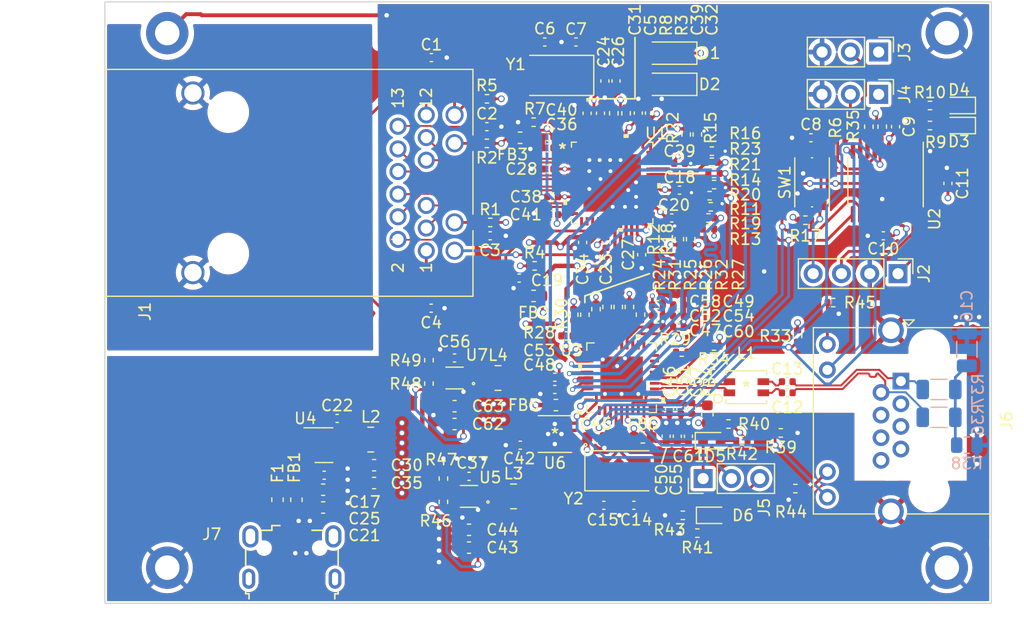
<source format=kicad_pcb>
(kicad_pcb (version 20221018) (generator pcbnew)
  (layers (0 "F.Cu" signal) (1 "In1.Cu" signal) (2 "In2.Cu" signal) (31 "B.Cu" signal) (34 "B.Paste" user) (35 "F.Paste" user) (36 "B.SilkS" user "B.Silkscreen") (37 "F.SilkS" user "F.Silkscreen") (38 "B.Mask" user) (39 "F.Mask" user) (44 "Edge.Cuts" user))
  (net 0 "")
  (net 1 "+3V3")
  (net 2 "GND")
  (net 3 "Net-(D4-A)")
  (net 4 "Net-(U3A-XI)")
  (net 5 "Net-(U3A-XO)")
  (net 6 "/T1_1_P")
  (net 7 "/T1_2_P")
  (net 8 "/T1_1_N")
  (net 9 "/T1_2_N")
  (net 10 "Net-(C16-Pad1)")
  (net 11 "+1V2")
  (net 12 "VBUS")
  (net 13 "+1V0")
  (net 14 "Net-(D1-A)")
  (net 15 "Net-(D3-A)")
  (net 16 "/RES_TX")
  (net 17 "Net-(D6-K)")
  (net 18 "Net-(D6-A)")
  (net 19 "Net-(J7-VBUS)")
  (net 20 "Net-(F1-Pad2)")
  (net 21 "Net-(J4-Pin_2)")
  (net 22 "/RX_C_N")
  (net 23 "/RX_C_P")
  (net 24 "/RX_B_P")
  (net 25 "/RX_B_N")
  (net 26 "/RX_D_P")
  (net 27 "/RX_D_N")
  (net 28 "/RX_A_N")
  (net 29 "/RX_A_P")
  (net 32 "Net-(J6-Pad9)")
  (net 33 "/T1_CONN_LED1")
  (net 34 "Net-(J6-Pad11)")
  (net 37 "/T1_P")
  (net 38 "/T1_N")
  (net 39 "Net-(U4-SW)")
  (net 40 "Net-(U5-SW)")
  (net 41 "/INT_TX")
  (net 42 "/RES_T1")
  (net 43 "/INT_T1")
  (net 44 "/TX_RXD3")
  (net 45 "/TX_RXD2")
  (net 46 "/MDIO")
  (net 47 "/T1_RXD0")
  (net 48 "/T1_RXD1")
  (net 49 "/T1_RXD2")
  (net 50 "/T1_TXD3")
  (net 51 "/T1_TXD2")
  (net 52 "/TX_RXD1")
  (net 53 "/T1_TXD1")
  (net 54 "/TX_RXD0")
  (net 55 "/T1_TXD0")
  (net 56 "/TX_RXC")
  (net 57 "/T1_TXC")
  (net 58 "/TX_RX_CTL")
  (net 59 "/T1_TX_CTL")
  (net 60 "/TX_TXD0")
  (net 61 "/TX_TXD1")
  (net 62 "/TX_TXD2")
  (net 63 "/TX_TXD3")
  (net 64 "/T1_RXD3")
  (net 65 "/TX_TXC")
  (net 66 "/T1_RXC")
  (net 67 "/TX_TX_CTL")
  (net 68 "/T1_RX_CTL")
  (net 69 "Net-(U5-FB)")
  (net 70 "/MDC")
  (net 76 "Net-(J1-TRCT1)")
  (net 77 "Net-(J1-TRCT2)")
  (net 78 "Net-(J1-TRCT3)")
  (net 79 "Net-(J1-TRCT4)")
  (net 80 "Net-(U1A-XI)")
  (net 81 "Net-(U1A-XO)")
  (net 82 "Net-(J2-Pin_4)")
  (net 83 "Net-(#FLG02-pwr)")
  (net 84 "Net-(U4-BST)")
  (net 85 "Net-(#FLG04-pwr)")
  (net 86 "+1V8")
  (net 87 "Net-(#FLG07-pwr)")
  (net 88 "Net-(#FLG08-pwr)")
  (net 89 "Net-(#FLG09-pwr)")
  (net 90 "Net-(D5-K)")
  (net 91 "Net-(D5-A)")
  (net 92 "Net-(J1-LED_YEL_N)")
  (net 93 "Net-(J1-LED_YEL_P)")
  (net 94 "Net-(J1-LED_GRE_N_OR_P)")
  (net 95 "Net-(J1-LED_GRE_P_OR_N)")
  (net 96 "Net-(J2-Pin_1)")
  (net 97 "Net-(J2-Pin_3)")
  (net 98 "Net-(J3-Pin_2)")
  (net 99 "Net-(J5-Pin_2)")
  (net 100 "Net-(U3A-LED_1{slash}GPIO_1)")
  (net 101 "Net-(U7-SW)")
  (net 102 "Net-(U1A-CLK125_NDO{slash}LED_MODE)")
  (net 103 "Net-(U1A-ISET)")
  (net 104 "Net-(U2-PF0)")
  (net 105 "Net-(U2-PF1)")
  (net 106 "Net-(U3A-STRAP_1)")
  (net 107 "Net-(U7-FB)")
  (net 125 "GND2")
  (net 126 "GND1")
  (footprint "Capacitor_SMD:C_0402_1005Metric" (layer "F.Cu") (at 78.3 111.3 90)
    (fp_text reference "C24")
    (fp_text value "10u")
  )
  (footprint "Capacitor_SMD:C_0402_1005Metric" (layer "F.Cu") (at 96.8 116.4 180)
    (fp_text reference "C8")
    (fp_text value "100n")
  )
  (footprint "Resistor_SMD:R_0402_1005Metric" (layer "F.Cu") (at 85.6 116.1 90)
    (fp_text reference "R22")
    (fp_text value "22")
  )
  (footprint "Inductor_SMD:L_0603_1608Metric" (layer "F.Cu") (at 50.6 148.9 -90)
    (fp_text reference "FB1")
    (fp_text value "FerriteBead")
  )
  (footprint "Capacitor_SMD:C_0603_1608Metric" (layer "F.Cu") (at 64.8 140.5 180)
    (fp_text reference "C63")
    (fp_text value "22u")
  )
  (footprint "Resistor_SMD:R_0402_1005Metric" (layer "F.Cu") (at 88.1 120.6)
    (fp_text reference "R14")
    (fp_text value "1k")
  )
  (footprint "Resistor_SMD:R_0402_1005Metric" (layer "F.Cu") (at 86.6 151.9 180)
    (fp_text reference "R41")
    (fp_text value "2k49")
  )
  (footprint "Capacitor_SMD:C_0402_1005Metric" (layer "F.Cu") (at 85.8 143.2 90)
    (fp_text reference "C61")
    (fp_text value "2u2")
  )
  (footprint "Resistor_SMD:R_0402_1005Metric" (layer "F.Cu") (at 78.5 131.588 -90)
    (fp_text reference "R25")
    (fp_text value "22")
  )
  (footprint "Capacitor_SMD:C_0402_1005Metric" (layer "F.Cu") (at 62.72 109.2)
    (fp_text reference "C1")
    (fp_text value "100n")
  )
  (footprint "Resistor_SMD:R_0402_1005Metric" (layer "F.Cu") (at 88.1 119.6)
    (fp_text reference "R21")
    (fp_text value "22")
  )
  (footprint "Capacitor_SMD:C_0402_1005Metric" (layer "F.Cu") (at 84.8 143.2 90)
    (fp_text reference "C55")
    (fp_text value "100n")
  )
  (footprint "Capacitor_SMD:C_0402_1005Metric" (layer "F.Cu") (at 82.3 114.18 90)
    (fp_text reference "C32")
    (fp_text value "100n")
  )
  (footprint "Crystal:Crystal_SMD_5032-2Pin_5.0x3.2mm" (layer "F.Cu") (at 74.25 110.8 180)
    (fp_text reference "Y1")
    (fp_text value "25MHz")
  )
  (footprint "Inductor_SMD:L_0603_1608Metric" (layer "F.Cu") (at 87.5 141.2125 90)
    (fp_text reference "FB4")
    (fp_text value "BLM18KG601SH1")
  )
  (footprint "project_lib:0826-1X1T-32-F" (layer "F.Cu") (at 59.72 125.524 90)
    (fp_text reference locked "J1")
    (fp_text value "0826-1X1T-32-F")
  )
  (footprint "MountingHole:MountingHole_2.2mm_M2_DIN965_Pad_TopBottom" (layer "F.Cu") (at 109 107)
    (fp_text reference "H3" hide)
    (fp_text value "MountingHole_Pad")
  )
  (footprint "Resistor_SMD:R_0402_1005Metric" (layer "F.Cu") (at 107.4875 115.3)
    (fp_text reference "R9")
    (fp_text value "R")
  )
  (footprint "Capacitor_SMD:C_0402_1005Metric" (layer "F.Cu") (at 86.1 140.7 -90)
    (fp_text reference "C57")
    (fp_text value "2u2")
  )
  (footprint "Resistor_SMD:R_0402_1005Metric" (layer "F.Cu") (at 107.4875 113.5)
    (fp_text reference "R10")
    (fp_text value "R")
  )
  (footprint "Capacitor_SMD:C_0603_1608Metric" (layer "F.Cu") (at 77.5 143.3)
    (fp_text reference "C45")
    (fp_text value "22u")
  )
  (footprint "Inductor_SMD:L_0603_1608Metric" (layer "F.Cu") (at 70.6875 116.4)
    (fp_text reference "FB3")
    (fp_text value "BLM18PG121SN1D")
  )
  (footprint "Capacitor_SMD:C_0402_1005Metric" (layer "F.Cu") (at 79.3 111.3 90)
    (fp_text reference "C26")
    (fp_text value "100n")
  )
  (footprint "Capacitor_SMD:C_0402_1005Metric" (layer "F.Cu") (at 85.12 140.7 -90)
    (fp_text reference "C51")
    (fp_text value "100n")
  )
  (footprint "MountingHole:MountingHole_2.2mm_M2_DIN965_Pad_TopBottom" (layer "F.Cu") (at 39 107)
    (fp_text reference "H2" hide)
    (fp_text value "MountingHole_Pad")
  )
  (footprint "Resistor_SMD:R_0402_1005Metric" (layer "F.Cu") (at 71.99 127.9)
    (fp_text reference "R4")
    (fp_text value "10k")
  )
  (footprint "project_lib:TPS62A01ADRLR" (layer "F.Cu") (at 66.0977 148.6 180)
    (fp_text reference "U5")
    (fp_text value "TPS62A01ADRLR")
  )
  (footprint "Connector_PinHeader_2.54mm:PinHeader_1x04_P2.54mm_Vertical" (layer "F.Cu") (at 104.62 128.6 -90)
    (fp_text reference "J2")
    (fp_text value "Conn_01x04_Male")
  )
  (footprint "Fuse:Fuse_0603_1608Metric" (layer "F.Cu") (at 48.9 148.9 90)
    (fp_text reference "F1")
    (fp_text value "Fuse")
  )
  (footprint "Capacitor_SMD:C_0402_1005Metric" (layer "F.Cu") (at 83.02 131.388)
    (fp_text reference "C58")
    (fp_text value "2u2")
  )
  (footprint "Inductor_SMD:L_1008_2520Metric" (layer "F.Cu") (at 68.7 137.970387)
    (fp_text reference "L4")
    (fp_text value "1u")
  )
  (footprint "Resistor_SMD:R_0402_1005Metric" (layer "F.Cu") (at 89.4 142.1)
    (fp_text reference "R40")
    (fp_text value "2k49")
  )
  (footprint "Package_SO:TSSOP-20_4.4x6.5mm_P0.65mm" (layer "F.Cu") (at 103.5 120.4 -90)
    (fp_text reference "U2")
    (fp_text value "STM32F030F4Px")
  )
  (footprint "Capacitor_SMD:C_0402_1005Metric" (layer "F.Cu") (at 103.3 125.2 180)
    (fp_text reference "C10")
    (fp_text value "100n")
  )
  (footprint "Resistor_SMD:R_0402_1005Metric" (layer "F.Cu") (at 85.3 150.3 180)
    (fp_text reference "R43")
    (fp_text value "440")
  )
  (footprint "Capacitor_SMD:C_0402_1005Metric" (layer "F.Cu") (at 54.255 141.6)
    (fp_text reference "C22")
    (fp_text value "100n")
  )
  (footprint "Resistor_SMD:R_0402_1005Metric" (layer "F.Cu") (at 62.5 138.470387 90)
    (fp_text reference "R48")
    (fp_text value "100k")
  )
  (footprint "Crystal:Crystal_SMD_5032-2Pin_5.0x3.2mm" (layer "F.Cu") (at 79.55 146.3)
    (fp_text reference "Y2")
    (fp_text value "25MHz")
  )
  (footprint "MountingHole:MountingHole_2.2mm_M2_DIN965_Pad_TopBottom" (layer "F.Cu") (at 39 155)
    (fp_text reference "H1" hide)
    (fp_text value "MountingHole_Pad")
  )
  (footprint "Resistor_SMD:R_0402_1005Metric" (layer "F.Cu") (at 98.8 131.2)
    (fp_text reference "R45")
    (fp_text value "440")
  )
  (footprint "Connector_PinHeader_2.54mm:PinHeader_1x03_P2.54mm_Vertical" (layer "F.Cu") (at 102.88 108.7 -90)
    (fp_text reference "J3")
    (fp_text value "Conn_01x03")
  )
  (footprint "Resistor_SMD:R_0402_1005Metric" (layer "F.Cu") (at 79.1 114.2 -90)
    (fp_text reference "R8")
    (fp_text value "10k")
  )
  (footprint "Resistor_SMD:R_0402_1005Metric" (layer "F.Cu") (at 86 125.5 90)
    (fp_text reference "R12")
    (fp_text value "10k")
  )
  (footprint "Resistor_SMD:R_0402_1005Metric" (layer "F.Cu") (at 87.6 123.6)
    (fp_text reference "R19")
    (fp_text value "22")
  )
  (footprint "Capacitor_SMD:C_0402_1005Metric" (layer "F.Cu") (at 64.8 136.170387 180)
    (fp_text reference "C56")
    (fp_text value "4u7")
  )
  (footprint "Resistor_SMD:R_0402_1005Metric" (layer "F.Cu") (at 102 115.4 -90)
    (fp_text reference "R6")
    (fp_text value "4k7")
  )
  (footprint "Capacitor_SMD:C_0402_1005Metric" (layer "F.Cu") (at 70.6 129 180)
    (fp_text reference "C19")
    (fp_text value "10u")
  )
  (footprint "Capacitor_SMD:C_0603_1608Metric" (layer "F.Cu") (at 66.0977 153.2 180)
    (fp_text reference "C43")
    (fp_text value "22u")
  )
  (footprint "Resistor_SMD:R_0402_1005Metric" (layer "F.Cu") (at 77.5 131.788 -90)
    (fp_text reference "R31")
    (fp_text value "2k49")
  )
  (footprint "Resistor_SMD:R_0402_1005Metric" (layer "F.Cu") (at 71.9 115 180)
    (fp_text reference "R7")
    (fp_text value "6k04")
  )
  (footprint "Resistor_SMD:R_0402_1005Metric" (layer "F.Cu") (at 62.5 136.370387 90)
    (fp_text reference "R49")
    (fp_text value "100k")
  )
  (footprint "LED_SMD:LED_0603_1608Metric" (layer "F.Cu") (at 87.9 143.6)
    (fp_text reference "D5")
    (fp_text value "LED")
  )
  (footprint "Capacitor_SMD:C_0402_1005Metric" (layer "F.Cu") (at 73.62 123.3 180)
    (fp_text reference "C41")
    (fp_text value "100n")
  )
  (footprint "Resistor_SMD:R_0402_1005Metric" (layer "F.Cu") (at 68 124)
    (fp_text reference "R1")
    (fp_text value "440")
  )
  (footprint "project_lib:KSZ9131RNXC-TR" (layer "F.Cu") (at 78.952 120.45)
    (fp_text reference "U1")
    (fp_text value "KSZ9131RNXC-TR")
  )
  (footprint "Capacitor_SMD:C_0402_1005Metric" (layer "F.Cu") (at 78.2 149.4)
    (fp_text reference "C15")
    (fp_text value "26p")
  )
  (footprint "Capacitor_SMD:C_0402_1005Metric" (layer "F.Cu") (at 77.9 114.2 90)
    (fp_text reference "C5")
    (fp_text value "10u")
  )
  (footprint "project_lib:TPS62A01ADRLR" (layer "F.Cu") (at 64.8 137.970387 180)
    (fp_text reference "U7")
    (fp_text value "TPS62A01ADRLR")
  )
  (footprint "Capacitor_SMD:C_0402_1005Metric" (layer "F.Cu") (at 73.8 137.9 180)
    (fp_text reference "C53")
    (fp_text value "100n")
  )
  (footprint "Resistor_SMD:R_0402_1005Metric" (layer "F.Cu") (at 94.09 142.9)
    (fp_text reference "R39")
    (fp_text value "2k49")
  )
  (footprint "Package_TO_SOT_SMD:TSOT-23-6" (layer "F.Cu") (at 53.075 144)
    (fp_text reference "U4")
    (fp_text value "AP63203WU")
  )
  (footprint "Capacitor_SMD:C_0402_1005Metric" (layer "F.Cu") (at 83.02 132.388)
    (fp_text reference "C52")
    (fp_text value "100n")
  )
  (footprint "Capacitor_SMD:C_0402_1005Metric" (layer "F.Cu") (at 104.4 115.4 90)
    (fp_text reference "C9")
    (fp_text value "100n")
  )
  (footprint "Capacitor_SMD:C_0603_1608Metric" (layer "F.Cu") (at 66.0977 151.6 180)
    (fp_text reference "C44")
    (fp_text value "22u")
  )
  (footprint "Resistor_SMD:R_0402_1005Metric" (layer "F.Cu") (at 85.2 135.644 180)
    (fp_text reference "R29")
    (fp_text value "22")
  )
  (footprint "Resistor_SMD:R_0402_1005Metric" (layer "F.Cu") (at 79.5 131.588 -90)
    (fp_text reference "R26")
    (fp_text value "22")
  )
  (footprint "Resistor_SMD:R_0402_1005Metric" (layer "F.Cu") (at 75.5 132.288 -90)
    (fp_text reference "R30")
    (fp_text value "2k49")
  )
  (footprint "Capacitor_SMD:C_0402_1005Metric" (layer "F.Cu") (at 85 121.1)
    (fp_text reference "C18")
    (fp_text value "100n")
  )
  (footprint "MountingHole:MountingHole_2.2mm_M2_DIN965_Pad_TopBottom" (layer "F.Cu") (at 109 155)
    (fp_text reference "H4" hide)
    (fp_text value "MountingHole_Pad")
  )
  (footprint "Capacitor_SMD:C_0402_1005Metric" (layer "F.Cu") (at 73.2 117.3 180)
    (fp_text reference "C36")
    (fp_text value "10u")
  )
  (footprint "Connector_USB:USB_Micro-B_Wuerth_629105150521" (layer "F.Cu") (at 50.195 154.045)
    (fp_text reference "J7")
    (fp_text value "USB_B")
  )
  (footprint "Capacitor_SMD:C_0603_1608Metric" (layer "F.Cu") (at 64.8 142.1 180)
    (fp_text reference "C62")
    (fp_text value "22u")
  )
  (footprint "Inductor_SMD:L_0603_1608Metric" (layer "F.Cu") (at 71.9 130.6)
    (fp_text reference "FB2")
    (fp_text value "BLM18PG121SN1D")
  )
  (footprint "project_lib:DLW32MH101XK2L" (layer "F.Cu") (at 91 138.8)
    (fp_text reference "L1")
    (fp_text value "CMC")
  )
  (footprint "Capacitor_SMD:C_0402_1005Metric" (layer "F.Cu") (at 84.9 131.388)
    (fp_text reference "C49")
    (fp_text value "10n")
  )
  (footprint "Resistor_SMD:R_0402_1005Metric" (layer "F.Cu") (at 87.7 121.6)
    (fp_text reference "R20")
    (fp_text value "22")
  )
  (footprint "Capacitor_SMD:C_0402_1005Metric" (layer "F.Cu") (at 84.9 133.388)
    (fp_text reference "C60")
    (fp_text value "2u2")
  )
  (footprint "Button_Switch_SMD:SW_Push_1P1T_NO_CK_KMR2" (layer "F.Cu") (at 96.9 120.4 90)
    (fp_text reference "SW1")
    (fp_text value "SW_Push")
  )
  (footprint "Resistor_SMD:R_0402_1005Metric" (layer "F.Cu") (at 87.8 122.6)
    (fp_text reference "R11")
    (fp_text value "1k")
  )
  (footprint "Inductor_SMD:L_0603_1608Metric" (layer "F.Cu") (at 81.7 143.3)
    (fp_text reference "FB6")
    (fp_text value "BLM18KG601SH1")
  )
  (footprint "Capacitor_SMD:C_0402_1005Metric" (layer "F.Cu") (at 84.9 132.388)
    (fp_text reference "C54")
    (fp_text value "100n")
  )
  (footprint "Resistor_SMD:R_0402_1005Metric" (layer "F.Cu") (at 90.6 143.6)
    (fp_text reference "R42")
    (fp_text value "440")
  )
  (footprint "Resistor_SMD:R_0402_1005Metric" (layer "F.Cu") (at 63.7977 149.09 90)
    (fp_text reference "R46")
    (fp_text value "200k")
  )
  (footprint "Resistor_SMD:R_0402_1005Metric" (layer "F.Cu") (at 86.6 116.1 90)
    (fp_text reference "R15")
    (fp_text value "1k")
  )
  (footprint "project_lib:DP83TG720RWRHATQ1" (layer "F.Cu") (at 79.8 137.944 90)
    (fp_text reference "U3")
    (fp_text value "DP83TG720RWRHATQ1")
  )
  (footprint "LED_SMD:LED_0603_1608Metric" (layer "F.Cu") (at 110.0875 113.5 180)
    (fp_text reference "D4")
    (fp_text value "LED")
  )
  (footprint "Capacitor_SMD:C_0402_1005Metric" (layer "F.Cu") (at 67.7 115.4)
    (fp_text reference "C2")
    (fp_text value "100n")
  )
  (footprint "Resistor_SMD:R_0402_1005Metric" (layer "F.Cu") (at 63.7977 147 90)
    (fp_text reference "R47")
    (fp_text value "100k")
  )
  (footprint "Capacitor_SMD:C_0402_1005Metric" (layer "F.Cu") (at 73.8 139 180)
    (fp_text reference "C48")
    (fp_text value "10n")
  )
  (footprint "Capacitor_SMD:C_0402_1005Metric" (layer "F.Cu") (at 83.02 133.388)
    (fp_text reference "C47")
    (fp_text value "10n")
  )
  (footprint "Capacitor_SMD:C_0402_1005Metric" (layer "F.Cu") (at 109.1 120.5 90)
    (fp_text reference "C11")
    (fp_text value "4u7")
  )
  (footprint "Resistor_SMD:R_0402_1005Metric" (layer "F.Cu") (at 84.98 125.5 -90)
    (fp_text reference "R18")
    (fp_text value "22")
  )
  (footprint "Capacitor_SMD:C_0402_1005Metric" (layer "F.Cu") (at 73.6 121.7 180)
    (fp_text reference "C38")
    (fp_text value "100n")
  )
  (footprint "Connector_PinHeader_2.54mm:PinHeader_1x03_P2.54mm_Vertical" (layer "F.Cu") (at 102.88 112.5 -90)
    (fp_text reference "J4")
    (fp_text value "Conn_01x03")
  )
  (footprint "LED_SMD:LED_0603_1608Metric" (layer "F.Cu") (at 110.0875 115.3 180)
    (fp_text reference "D3")
    (fp_text value "LED")
  )
  (footprint "project_lib:TPS784105QWDRBRQ1" (layer "F.Cu") (at 73.8075 143 180)
    (fp_text reference "U6")
    (fp_text value "TPS784105QWDRBRQ1")
  )
  (footprint "Capacitor_SMD:C_0402_1005Metric" (layer "F.Cu") (at 76.3 125.8 -90)
    (fp_text reference "C34")
    (fp_text value "100n")
  )
  (footprint "Resistor_SMD:R_0402_1005Metric" (layer "F.Cu") (at 67.7 116.9)
    (fp_text reference "R2")
    (fp_text value "440")
  )
  (footprint "Capacitor_SMD:C_0402_1005Metric" (layer "F.Cu") (at 76.7 114.2 90)
    (fp_text reference "C31")
    (fp_text value "10n")
  )
  (footprint "Resistor_SMD:R_0402_1005Metric" (layer "F.Cu") (at 87.9 117.6)
    (fp_text reference "R16")
    (fp_text value "1k")
  )
  (footprint "Capacitor_SMD:C_0402_1005Metric" (layer "F.Cu") (at 83.8 143.2 90)
    (fp_text reference "C50")
    (fp_text value "10n")
  )
  (footprint "Capacitor_SMD:C_0402_1005Metric" (layer "F.Cu") (at 94.675002 139.300001)
    (fp_text reference "C12")
    (fp_text value "100n 1%")
  )
  (footprint "Capacitor_SMD:C_0402_1005Metric" (layer "F.Cu") (at 94.675002 138.300001)
    (fp_text reference "C13")
    (fp_text value "100n 1%")
  )
  (footprint "Capacitor_SMD:C_0402_1005Metric" (layer "F.Cu") (at 66.0977 146.8 180)
    (fp_text reference "C37")
    (fp_text value "4u7")
  )
  (footprint "Capacitor_SMD:C_0402_1005Metric" (layer "F.Cu") (at 68 125.2)
    (fp_text reference "C3")
    (fp_text value "100n")
  )
  (footprint "Inductor_SMD:L_0603_1608Metric" (layer "F.Cu") (at 73.9 140.4)
    (fp_text reference "FB5")
    (fp_text value "BLM18HE102SN1")
  )
  (footprint "Capacitor_SMD:C_0402_1005Metric" (layer "F.Cu") (at 81.3 114.18 90)
    (fp_text reference "C39")
    (fp_text value "100n")
  )
  (footprint "Capacitor_SMD:C_0402_1005Metric" (layer "F.Cu") (at 53.095 146.7)
    (fp_text reference "C17")
    (fp_text value "10u")
  )
  (footprint "Resistor_SMD:R_0402_1005Metric" (layer "F.Cu") (at 67.71 112.9 180)
    (fp_text reference "R5")
    (fp_text value "10k")
  )
  (footprint "Capacitor_SMD:C_0603_1608Metric" (layer "F.Cu") (at 53 148)
    (fp_text reference "C25")
    (fp_text value "22u")
  )
  (footprint "Capacitor_SMD:C_0402_1005Metric" (layer "F.Cu") (at 73.2 116.3 180)
    (fp_text reference "C40")
    (fp_text value "100n")
  )
  (footprint "Resistor_SMD:R_0402_1005Metric" (layer "F.Cu") (at 74.89 134.188)
    (fp_text reference "R28")
    (fp_text value "22")
  )
  (footprint "Resistor_SMD:R_0402_1005Metric" (layer "F.Cu") (at 95.4 147.9 180)
    (fp_text reference "R44")
    (fp_text value "440")
  )
  (footprint "Connector_PinHeader_2.54mm:PinHeader_1x03_P2.54mm_Vertical" (layer "F.Cu") (at 87.12 147 90)
    (fp_text reference "J5")
    (fp_text value "Conn_01x03")
  )
  (footprint "Resistor_SMD:R_0402_1005Metric" (layer "F.Cu") (at 103.2 115.4 -90)
    (fp_text reference "R35")
    (fp_text value "2k2")
  )
  (footprint "Resistor_SMD:R_0402_1005Metric" (layer "F.Cu") (at 80.5 131.588 -90)
    (fp_text reference "R32")
    (fp_text value "2k49")
  )
  (footprint "Resistor_SMD:R_0402_1005Metric" (layer "F.Cu") (at 81.5 132.278 -90)
    (fp_text reference "R27")
    (fp_text value "22")
  )
  (footprint "Capacitor_SMD:C_0402_1005Metric" (layer "F.Cu") (at 81.6 126.9 -90)
    (fp_text reference "C27")
    (fp_text value "100n")
  )
  (footprint "Capacitor_SMD:C_0402_1005Metric" (layer "F.Cu") (at 62.7 131.7)
    (fp_text reference "C4")
    (fp_text value "100n")
  )
  (footprint "Capacitor_SMD:C_0402_1005Metric" (layer "F.Cu") (at 80.9 149.4 180)
    (fp_text reference "C14")
    (fp_text value "26p")
  )
  (footprint "Resistor_SMD:R_0402_1005Metric" (layer "F.Cu") (at 76.5 132.288 -90)
    (fp_text reference "R24")
    (fp_text value "22")
  )
  (footprint "Resistor_SMD:R_0402_1005Metric" (layer "F.Cu") (at 87.6 124.6 180)
    (fp_text reference "R13")
    (fp_text value "10k")
  )
  (footprint "Inductor_SMD:L_1008_2520Metric" (layer "F.Cu") (at 57.275 143.5)
    (fp_text reference "L2")
    (fp_text value "1u")
  )
  (footprint "LED_SMD:LED_0603_1608Metric" (layer "F.Cu") (at 88 150.3)
    (fp_text reference "D6")
    (fp_text value "LED")
  )
  (footprint "Capacitor_SMD:C_0402_1005Metric" (layer "F.Cu") (at 72.9 107.8 180)
    (fp_text reference "C6")
    (fp_text value "26p")
  )
  (footprint "Resistor_SMD:R_0402_1005Metric" (layer "F.Cu") (at 96.3 123.8)
    (fp_text reference "R17")
    (fp_text value "2k2")
  )
  (footprint "Resistor_SMD:R_0402_1005Metric" (layer "F.Cu") (at 87.9 118.6)
    (fp_text reference "R23")
    (fp_text value "22")
  )
  (footprint "Capacitor_SMD:C_0603_1608Metric" (layer "F.Cu") (at 57.575 145.8 180)
    (fp_text reference "C30")
    (fp_text value "22u")
  )
  (footprint "Capacitor_SMD:C_0402_1005Metric" (layer "F.Cu") (at 78.4 125.8 -90)
    (fp_text reference "C23")
    (fp_text value "100n")
  )
  (footprint "Capacitor_SMD:C_0402_1005Metric" (layer "F.Cu") (at 84.1 140.7 -90)
    (fp_text reference "C46")
    (fp_text value "10n")
  )
  (footprint "Connector_RJ:RJ45_Amphenol_RJHSE538X" (layer "F.Cu") (at 104.875002 138.252001 -90)
    (fp_text reference "J6")
    (fp_text value "RJ45_LED_Shielded")
  )
  (footprint "Capacitor_SMD:C_0603_1608Metric" (layer "F.Cu") (at 57.575 147.4 180)
    (fp_text reference "C35")
    (fp_text value "22u")
  )
  (footprint "Diode_SMD:D_SOD-123" (layer "F.Cu") (at 84.2 108.8 180)
    (fp_text reference "D1")
    (fp_text value "1N4148W")
  )
  (footprint "Capacitor_SMD:C_0603_1608Metric" (layer "F.Cu") (at 53 149.6)
    (fp_text reference "C21")
    (fp_text value "22u")
  )
  (footprint "Diode_SMD:D_SOD-123" (layer "F.Cu") (at 84.2 111.6 180)
    (fp_text reference "D2")
    (fp_text value "1N4148W")
  )
  (footprint "Capacitor_SMD:C_0402_1005Metric" (layer "F.Cu") (at 73.2 119.2 180)
    (fp_text reference "C28")
    (fp_text value "10u")
  )
  (footprint "Capacitor_SMD:C_0402_1005Metric" (layer "F.Cu") (at 70.7 144 180)
    (fp_text reference "C42")
    (fp_text value "4u7")
  )
  (footprint "Capacitor_SMD:C_0402_1005Metric" (layer "F.Cu") (at 84.3 123.6)
    (fp_text reference "C20")
    (fp_text value "100n")
  )
  (footprint "Capacitor_SMD:C_0402_1005Metric" (layer "F.Cu") (at 85 118.7)
    (fp_text reference "C29")
    (fp_text value "100n")
  )
  (footprint "Inductor_SMD:L_1008_2520Metric" (layer "F.Cu") (at 70.0977 148.6)
    (fp_text reference "L3")
    (fp_text value "1u")
  )
  (footprint "Resistor_SMD:R_0402_1005Metric" (layer "F.Cu") (at 95.6 134.2 -90)
    (fp_text reference "R33")
    (fp_text value "2k2")
  )
  (footprint "Resistor_SMD:R_0402_1005Metric" (layer "F.Cu") (at 88.09 135.1 180)
    (fp_text reference "R34")
    (fp_text value "13k")
  )
  (footprint "Capacitor_SMD:C_0402_1005Metric" (layer "F.Cu") (at 75.7 107.8)
    (fp_text reference "C7")
    (fp_text value "26p")
  )
  (footprint "Resistor_SMD:R_0402_1005Metric" (layer "F.Cu") (at 80.2 114.2 -90)
    (fp_text reference "R3")
    (fp_text value "10k")
  )
  (footprint "Resistor_SMD:R_1206_3216Metric" (layer "B.Cu") (at 108.3 139)
    (fp_text reference "R37")
    (fp_text value "1k 1%")
  )
  (footprint "Capacitor_SMD:C_1206_3216Metric" (layer "B.Cu") (at 110.8 135.4 90)
    (fp_text reference "C16")
    (fp_text value "4n7")
  )
  (footprint "Resistor_SMD:R_0805_2012Metric" (layer "B.Cu") (at 110.8 144)
    (fp_text reference "R38")
    (fp_text value "100k")
  )
  (footprint "Resistor_SMD:R_1206_3216Metric" (layer "B.Cu") (at 108.3 141.5)
    (fp_text reference "R36")
    (fp_text value "1k 1%")
  )
  (gr_line (start 83.4 145.6) (end 83.8 144.3) (stroke (width 0.15)) (layer "F.SilkS"))
  (gr_line (start 76.5 130.6) (end 76.5 131.2) (stroke (width 0.15)) (layer "F.SilkS"))
  (gr_line (start 82.3 128.6) (end 76.5 130.6) (stroke (width 0.15)) (layer "F.SilkS"))
  (gr_line (start 81 112.9) (end 76.7 112.9) (stroke (width 0.15)) (layer "F.SilkS"))
  (gr_line (start 76.7 112.9) (end 76.7 113.1) (stroke (width 0.15)) (layer "F.SilkS"))
  (gr_line (start 81 107.4) (end 81 112.9) (stroke (width 0.15)) (layer "F.SilkS"))
  (gr_rect (start 33.4 104.2) (end 113 158.2) (stroke (width 0.1)) (fill none) (layer "Edge.Cuts"))
  (segment (start 71.48 127.9) (end 70.7 127.9) (width 0.25) (layer "F.Cu") (net 1))
  (segment (start 76.3 125.32) (end 75.18 125.32) (width 0.4) (layer "F.Cu") (net 1))
  (segment (start 103.825 116.455) (end 103.825 117.5375) (width 0.25) (layer "F.Cu") (net 1))
  (segment (start 88.6 135.1) (end 88.6 134.3) (width 0.25) (layer "F.Cu") (net 1))
  (segment (start 95.6 133.69) (end 95.6 133) (width 0.25) (layer "F.Cu") (net 1))
  (segment (start 71.2 133.1) (end 73.9 133.1) (width 0.4) (layer "F.Cu") (net 1))
  (segment (start 84.52 118.7) (end 84.52 118.449938) (width 0.25) (layer "F.Cu") (net 1))
  (segment (start 76.88 125.32) (end 76.3 125.32) (width 0.25) (layer "F.Cu") (net 1))
  (segment (start 73.9 125.8) (end 74.3 126.2) (width 0.4) (layer "F.Cu") (net 1))
  (segment (start 77.5 131.278) (end 77.5 130.7) (width 0.25) (layer "F.Cu") (net 1))
  (segment (start 60.075 142) (end 60.075 148.3) (width 0.4) (layer "F.Cu") (net 1))
  (segment (start 95.453473 123.8) (end 95.185263 123.53179) (width 0.25) (layer "F.Cu") (net 1))
  (segment (start 103.78 125.2) (end 103.78 123.3075) (width 0.25) (layer "F.Cu") (net 1))
  (segment (start 75.5 131.778) (end 75.5 131.1) (width 0.25) (layer "F.Cu") (net 1))
  (segment (start 104.2 125.2) (end 104.5 124.9) (width 0.25) (layer "F.Cu") (net 1))
  (segment (start 86 126.01) (end 86.69 126.01) (width 0.25) (layer "F.Cu") (net 1))
  (segment (start 58.35 147.4) (end 58.35 143.5) (width 0.4) (layer "F.Cu") (net 1))
  (segment (start 68.51 124) (end 69.4 124) (width 0.25) (layer "F.Cu") (net 1))
  (segment (start 77.702 123.902) (end 77.702 124.498) (width 0.25) (layer "F.Cu") (net 1))
  (segment (start 51.9375 141.6375) (end 53.175 140.4) (width 0.4) (layer "F.Cu") (net 1))
  (segment (start 80.2 113.69) (end 79.7 113.69) (width 0.25) (layer "F.Cu") (net 1))
  (segment (start 103.78 125.2) (end 104.2 125.2) (width 0.25) (layer "F.Cu") (net 1))
  (segment (start 90.405 142.895) (end 91.11 143.6) (width 0.25) (layer "F.Cu") (net 1))
  (segment (start 85.85 108.8) (end 86.9 108.8) (width 0.25) (layer "F.Cu") (net 1))
  (segment (start 68.21 116.9) (end 69 116.9) (width 0.25) (layer "F.Cu") (net 1))
  (segment (start 88.11 124.6) (end 88.11 125.19) (width 0.25) (layer "F.Cu") (net 1))
  (segment (start 58.4 147.5) (end 58.35 147.45) (width 0.4) (layer "F.Cu") (net 1))
  (segment (start 89.91 142.4) (end 90.405 142.895) (width 0.25) (layer "F.Cu") (net 1))
  (segment (start 73.9 133.1) (end 74.1 132.9) (width 0.4) (layer "F.Cu") (net 1))
  (segment (start 79.7 113.69) (end 79.1 113.69) (width 0.25) (layer "F.Cu") (net 1))
  (segment (start 95.79 123.8) (end 95.453473 123.8) (width 0.25) (layer "F.Cu") (net 1))
  (segment (start 90.405 142.895) (end 90.416196 142.883804) (width 0.25) (layer "F.Cu") (net 1))
  (segment (start 104.4 115.88) (end 103.825 116.455) (width 0.25) (layer "F.Cu") (net 1))
  (segment (start 81.3 114.66) (end 80.202 115.758) (width 0.25) (layer "F.Cu") (net 1))
  (segment (start 102.7 114.89) (end 103.2 114.89) (width 0.25) (layer "F.Cu") (net 1))
  (segment (start 80.5 131.078) (end 80.5 130.398) (width 0.25) (layer "F.Cu") (net 1))
  (segment (start 102.7 114.89) (end 102.7 114.3) (width 0.25) (layer "F.Cu") (net 1))
  (segment (start 89.91 142.1) (end 89.91 142.4) (width 0.25) (layer "F.Cu") (net 1))
  (segment (start 103.78 123.3075) (end 103.825 123.2625) (width 0.25) (layer "F.Cu") (net 1))
  (segment (start 51.9375 143.05) (end 51.9375 141.6375) (width 0.4) (layer "F.Cu") (net 1))
  (segment (start 90.416196 142.883804) (end 90.416196 142.862655) (width 0.25) (layer "F.Cu") (net 1))
  (segment (start 87.5 142) (end 86.7 142) (width 0.25) (layer "F.Cu") (net 1))
  (segment (start 55.25 140.4) (end 58.35 143.5) (width 0.4) (layer "F.Cu") (net 1))
  (segment (start 102 114.89) (end 102.7 114.89) (width 0.25) (layer "F.Cu") (net 1))
  (segment (start 80.202 115.758) (end 80.202 116.998) (width 0.25) (layer "F.Cu") (net 1))
  (segment (start 109.1 120.98) (end 109.1 121.8) (width 0.25) (layer "F.Cu") (net 1))
  (segment (start 69.5 116.4) (end 69 116.9) (width 0.25) (layer "F.Cu") (net 1))
  (segment (start 79.7 113) (end 79.7 113.69) (width 0.25) (layer "F.Cu") (net 1))
  (segment (start 75.18 125.32) (end 74.3 126.2) (width 0.4) (layer "F.Cu") (net 1))
  (segment (start 84.52 118.7) (end 82.404 118.700001) (width 0.25) (layer "F.Cu") (net 1))
  (segment (start 53.175 140.4) (end 55.25 140.4) (width 0.4) (layer "F.Cu") (net 1))
  (segment (start 77.702 124.498) (end 76.88 125.32) (width 0.25) (layer "F.Cu") (net 1))
  (segment (start 68.22 112.9) (end 69 112.9) (width 0.25) (layer "F.Cu") (net 1))
  (segment (start 84.52 118.449938) (end 84.867034 118.102904) (width 0.25) (layer "F.Cu") (net 1))
  (segment (start 69.9 116.4) (end 69.5 116.4) (width 0.25) (layer "F.Cu") (net 1))
  (segment (start 102.7 114.3) (end 102.6 114.2) (width 0.25) (layer "F.Cu") (net 1))
  (segment (start 86.69 126.01) (end 86.7 126) (width 0.25) (layer "F.Cu") (net 1))
  (segment (start 73.1125 140.4) (end 72.1 140.4) (width 0.4) (layer "F.Cu") (net 1))
  (segment (start 71.5 125.8) (end 73.9 125.8) (width 0.4) (layer "F.Cu") (net 1))
  (segment (start 88.11 125.19) (end 88.1 125.2) (width 0.25) (layer "F.Cu") (net 1))
  (via (at 60.075 146.5) (size 0.6) (drill 0.4) (layers "F.Cu" "B.Cu") (net 1))
  (via (at 90.416196 142.862655) (size 0.6) (drill 0.4) (layers "F.Cu" "B.Cu") (net 1))
  (via (at 103.825 116.455) (size 0.6) (drill 0.4) (layers "F.Cu" "B.Cu") (net 1))
  (via (at 104.5 124.9) (size 0.6) (drill 0.4) (layers "F.Cu" "B.Cu") (net 1))
  (via (at 69 116.9) (size 0.6) (drill 0.4) (layers "F.Cu" "B.Cu") (net 1))
  (via (at 88.6 134.3) (size 0.6) (drill 0.4) (layers "F.Cu" "B.Cu") (net 1))
  (via (at 60.075 142) (size 0.6) (drill 0.4) (layers "F.Cu" "B.Cu") (net 1))
  (via (at 75.5 131.1) (size 0.6) (drill 0.4) (layers "F.Cu" "B.Cu") (net 1))
  (via (at 86.9 108.8) (size 0.6) (drill 0.4) (layers "F.Cu" "B.Cu") (net 1))
  (via (at 74.3 126.2) (size 0.6) (drill 0.4) (layers "F.Cu" "B.Cu") (net 1))
  (via (at 60.075 142.9) (size 0.6) (drill 0.4) (layers "F.Cu" "B.Cu") (net 1))
  (via (at 69.4 124) (size 0.6) (drill 0.4) (layers "F.Cu" "B.Cu") (net 1))
  (via (at 86.7 126) (size 0.5) (drill 0.3) (layers "F.Cu" "B.Cu") (net 1))
  (via (at 71.5 125.8) (size 0.6) (drill 0.4) (layers "F.Cu" "B.Cu") (net 1))
  (via (at 88.1 125.2) (size 0.5) (drill 0.3) (layers "F.Cu" "B.Cu") (net 1))
  (via (at 95.6 133) (size 0.6) (drill 0.4) (layers "F.Cu" "B.Cu") (net 1))
  (via (at 60.075 145.6) (size 0.6) (drill 0.4) (layers "F.Cu" "B.Cu") (net 1))
  (via (at 86.7 142) (size 0.6) (drill 0.4) (layers "F.Cu" "B.Cu") (net 1))
  (via (at 84.867034 118.102904) (size 0.5) (drill 0.3) (layers "F.Cu" "B.Cu") (net 1))
  (via (at 60.075 147.4) (size 0.6) (drill 0.4) (layers "F.Cu" "B.Cu") (net 1))
  (via (at 60.075 143.8) (size 0.6) (drill 0.4) (layers "F.Cu" "B.Cu") (net 1))
  (via (at 71.2 133.1) (size 0.6) (drill 0.4) (layers "F.Cu" "B.Cu") (net 1))
  (via (at 60.075 144.7) (size 0.6) (drill 0.4) (layers "F.Cu" "B.Cu") (net 1))
  (via (at 80.5 130.398) (size 0.5) (drill 0.3) (layers "F.Cu" "B.Cu") (net 1))
  (via (at 79.7 113) (size 0.6) (drill 0.4) (layers "F.Cu" "B.Cu") (net 1))
  (via (at 80.48 115.48) (size 0.6) (drill 0.4) (layers "F.Cu" "B.Cu") (net 1))
  (via (at 74.1 132.9) (size 0.6) (drill 0.4) (layers "F.Cu" "B.Cu") (net 1))
  (via (at 109.1 121.8) (size 0.6) (drill 0.4) (layers "F.Cu" "B.Cu") (net 1))
  (via (at 77.5 130.7) (size 0.5) (drill 0.3) (layers "F.Cu" "B.Cu") (net 1))
  (via (at 102.6 114.2) (size 0.6) (drill 0.4) (layers "F.Cu" "B.Cu") (net 1))
  (via (at 70.7 127.9) (size 0.6) (drill 0.4) (layers "F.Cu" "B.Cu") (net 1))
  (via (at 72.1 140.4) (size 0.6) (drill 0.4) (layers "F.Cu" "B.Cu") (net 1))
  (via (at 95.185263 123.53179) (size 0.6) (drill 0.4) (layers "F.Cu" "B.Cu") (net 1))
  (via (at 69 112.9) (size 0.6) (drill 0.4) (layers "F.Cu" "B.Cu") (net 1))
  (via (at 60.075 148.3) (size 0.6) (drill 0.4) (layers "F.Cu" "B.Cu") (net 1))
  (segment (start 65.5977 139.1977) (end 65.6 139.2) (width 0.35) (layer "F.Cu") (net 2))
  (segment (start 85.38 133.388) (end 85.38 131.388) (width 0.25) (layer "F.Cu") (net 2))
  (segment (start 85.12 141.18) (end 85.12 141.68) (width 0.35) (layer "F.Cu") (net 2))
  (segment (start 75.82 113.72) (end 75.566102 113.466102) (width 0.35) (layer "F.Cu") (net 2))
  (segment (start 86.6 115.59) (end 86.99 115.59) (width 0.25) (layer "F.Cu") (net 2))
  (segment (start 53.575 145.5875) (end 54.2125 144.95) (width 0.4) (layer "F.Cu") (net 2))
  (segment (start 53.575 145.5875) (end 53.575 146.7) (width 0.35) (layer "F.Cu") (net 2))
  (segment (start 86.99 115.59) (end 87.2 115.8) (width 0.25) (layer "F.Cu") (net 2))
  (segment (start 75.62 126.28) (end 75.6 126.3) (width 0.35) (layer "F.Cu") (net 2))
  (segment (start 72.72 116.3) (end 72.72 117.3) (width 0.35) (layer "F.Cu") (net 2))
  (segment (start 96.1 122.45) (end 96.1 121.9) (width 0.35) (layer "F.Cu") (net 2))
  (segment (start 85.48 121.1) (end 85.847128 121.1) (width 0.25) (layer "F.Cu") (net 2))
  (segment (start 73.38 107.8) (end 75.22 107.8) (width 0.35) (layer "F.Cu") (net 2))
  (segment (start 77.9 113.17436) (end 78.28718 112.78718) (width 0.35) (layer "F.Cu") (net 2))
  (segment (start 63.2 109.2) (end 64.1 109.2) (width 0.35) (layer "F.Cu") (net 2))
  (segment (start 78.275 144.225) (end 78.256233 144.243767) (width 0.35) (layer "F.Cu") (net 2))
  (segment (start 72.72 117.3) (end 71.7 117.3) (width 0.35) (layer "F.Cu") (net 2))
  (segment (start 84.78 123.6) (end 84.78 124.102513) (width 0.25) (layer "F.Cu") (net 2))
  (segment (start 73.725001 142.025001) (end 73.8 142.1) (width 0.35) (layer "F.Cu") (net 2))
  (segment (start 84.8 142.72) (end 84.8 142) (width 0.35) (layer "F.Cu") (net 2))
  (segment (start 72.316967 142.025001) (end 73.725001 142.025001) (width 0.35) (layer "F.Cu") (net 2))
  (segment (start 72.690941 121.7) (end 72.641641 121.7493) (width 0.35) (layer "F.Cu") (net 2))
  (segment (start 79.702 121.2) (end 78.952 120.45) (width 0.35) (layer "F.Cu") (net 2))
  (segment (start 68.48 125.2) (end 69.4 125.2) (width 0.35) (layer "F.Cu") (net 2))
  (segment (start 76.3 126.28) (end 75.62 126.28) (width 0.35) (layer "F.Cu") (net 2))
  (segment (start 82.404 121.200001) (end 79.702 121.2) (width 0.35) (layer "F.Cu") (net 2))
  (segment (start 63.18 131.7) (end 63.9 131.7) (width 0.35) (layer "F.Cu") (net 2))
  (segment (start 66.8954 149.7954) (end 66.9 149.8) (width 0.35) (layer "F.Cu") (net 2))
  (segment (start 42 105.3) (end 40.7 105.3) (width 0.35) (layer "F.Cu") (net 2))
  (segment (start 65.5977 138.470513) (end 65.5977 139.1977) (width 0.35) (layer "F.Cu") (net 2))
  (segment (start 88.31 122.6) (end 88.548249 122.6) (width 0.25) (layer "F.Cu") (net 2))
  (segment (start 73.14 123.3) (end 72.026216 123.3) (width 0.35) (layer "F.Cu") (net 2))
  (segment (start 89.124789 120.87521) (end 88.849579 120.6) (width 0.25) (layer "F.Cu") (net 2))
  (segment (start 71.7 117.3) (end 71.6 117.4) (width 0.35) (layer "F.Cu") (net 2))
  (segment (start 76.7 113.72) (end 75.82 113.72) (width 0.35) (layer "F.Cu") (net 2))
  (segment (start 58.7 105.4) (end 42.1 105.4) (width 0.35) (layer "F.Cu") (net 2))
  (segment (start 72.026216 123.3) (end 71.919271 123.193055) (width 0.35) (layer "F.Cu") (net 2))
  (segment (start 88.41 117.6) (end 89.1 117.6) (width 0.25) (layer "F.Cu") (net 2))
  (segment (start 81.3 113.7) (end 81.3 112.9) (width 0.35) (layer "F.Cu") (net 2))
  (segment (start 96.32 116.4) (end 95.1 116.4) (width 0.35) (layer "F.Cu") (net 2))
  (segment (start 78.4 126.28) (end 78.4 126.3) (width 0.35) (layer "F.Cu") (net 2))
  (segment (start 84.78 124.102513) (end 84.564754 124.317759) (width 0.25) (layer "F.Cu") (net 2))
  (segment (start 83.5 131.388) (end 83.5 133.388) (width 0.25) (layer "F.Cu") (net 2))
  (segment (start 96.1 118.35) (end 96.1 119.6) (width 0.35) (layer "F.Cu") (net 2))
  (segment (start 85.847128 121.1) (end 86.073564 121.326436) (width 0.25) (layer "F.Cu") (net 2))
  (segment (start 96.1 121.9) (end 95.6 121.4) (width 0.35) (layer "F.Cu") (net 2))
  (segment (start 78.275 143.3) (end 78.275 144.225) (width 0.35) (layer "F.Cu") (net 2))
  (segment (start 88.548249 122.6) (end 88.826965 122.321284) (width 0.25) (layer "F.Cu") (net 2))
  (segment (start 73.12 121.7) (end 72.690941 121.7) (width 0.35) (layer "F.Cu") (net 2))
  (segment (start 85.48 118.7) (end 86 118.7) (width 0.25) (layer "F.Cu") (net 2))
  (segment (start 85.12 141.68) (end 84.8 142) (width 0.35) (layer "F.Cu") (net 2))
  (segment (start 77.9 113.72) (end 77.9 113.17436) (width 0.35) (layer "F.Cu") (net 2))
  (segment (start 42.1 105.4) (end 42 105.3) (width 0.35) (layer "F.Cu") (net 2))
  (segment (start 88.849579 120.6) (end 88.61 120.6) (width 0.25) (layer "F.Cu") (net 2))
  (segment (start 81.6 127.38) (end 81.6 128.1) (width 0.25) (layer "F.Cu") (net 2))
  (segment (start 72.72 119.2) (end 71.7 119.2) (width 0.35) (layer "F.Cu") (net 2))
  (segment (start 78.4 126.3) (end 77.6 127.1) (width 0.35) (layer "F.Cu") (net 2))
  (segment (start 40.7 105.3) (end 39 107) (width 0.35) (layer "F.Cu") (net 2))
  (segment (start 66.8954 149.100126) (end 66.8954 149.7954) (width 0.35) (layer "F.Cu") (net 2))
  (via (at 78.3 139.4) (size 0.5) (drill 0.35) (layers "F.Cu" "B.Cu") (net 2))
  (via (at 89.1 117.6) (size 0.5) (drill 0.3) (layers "F.Cu" "B.Cu") (net 2))
  (via (at 85 128.9) (size 0.6) (drill 0.4) (layers "F.Cu" "B.Cu") (net 2))
  (via (at 79.6 150.3) (size 0.6) (drill 0.4) (layers "F.Cu" "B.Cu") (net 2))
  (via (at 65 145.2) (size 0.6) (drill 0.4) (layers "F.Cu" "B.Cu") (net 2))
  (via (at 67.4 145.2) (size 0.6) (drill 0.4) (layers "F.Cu" "B.Cu") (net 2))
  (via (at 83.8 142) (size 0.6) (drill 0.4) (layers "F.Cu" "B.Cu") (net 2))
  (via (at 77.9 120.1) (size 0.5) (drill 0.35) (layers "F.Cu" "B.Cu") (net 2))
  (via (at 69.4 144) (size 0.6) (drill 0.4) (layers "F.Cu" "B.Cu") (net 2))
  (via (at 55.2 147.1) (size 0.6) (drill 0.4) (layers "F.Cu" "B.Cu") (net 2))
  (via (at 103.2 121.9) (size 0.6) (drill 0.4) (layers "F.Cu" "B.Cu") (net 2))
  (via (at 101.9 125.2) (size 0.6) (drill 0.4) (layers "F.Cu" "B.Cu") (net 2))
  (via (at 75.6 126.3) (size 0.6) (drill 0.4) (layers "F.Cu" "B.Cu") (net 2))
  (via (at 86 118.7) (size 0.5) (drill 0.3) (layers "F.Cu" "B.Cu") (net 2))
  (via (at 63.8 145.2) (size 0.6) (drill 0.4) (layers "F.Cu" "B.Cu") (net 2))
  (via (at 99.3 132.2) (size 0.6) (drill 0.4) (layers "F.Cu" "B.Cu") (net 2))
  (via (at 71.919271 123.193055) (size 0.6) (drill 0.4) (layers "F.Cu" "B.Cu") (net 2))
  (via (at 55.2 149.2) (size 0.6) (drill 0.4) (layers "F.Cu" "B.Cu") (net 2))
  (via (at 95.1 116.4) (size 0.6) (drill 0.4) (layers "F.Cu" "B.Cu") (net 2))
  (via (at 80.1 122.6) (size 0.5) (drill 0.35) (layers "F.Cu" "B.Cu") (net 2))
  (via (at 109 119.1) (size 0.6) (drill 0.4) (layers "F.Cu" "B.Cu") (net 2))
  (via (at 109.8 132.5) (size 0.6) (drill 0.4) (layers "F.Cu" "B.Cu") (net 2))
  (via (at 95.6 121.4) (size 0.6) (drill 0.4) (layers "F.Cu" "B.Cu") (net 2))
  (via (at 50.5 153.7) (size 0.6) (drill 0.4) (layers "F.Cu" "B.Cu") (net 2))
  (via (at 63.4 151.4) (size 0.6) (drill 0.4) (layers "F.Cu" "B.Cu") (net 2))
  (via (at 81.3 112.9) (size 0.6) (drill 0.4) (layers "F.Cu" "B.Cu") (net 2))
  (via (at 75.566102 113.466102) (size 0.6) (drill 0.4) (layers "F.Cu" "B.Cu") (net 2))
  (via (at 77.833333 118.4) (size 0.5) (drill 0.35) (layers "F.Cu" "B.Cu") (net 2))
  (via (at 55.2 148.1) (size 0.6) (drill 0.4) (layers "F.Cu" "B.Cu") (net 2))
  (via (at 95.6 142.9) (size 0.6) (drill 0.4) (layers "F.Cu" "B.Cu") (net 2))
  (via (at 85.8 142) (size 0.6) (drill 0.4) (layers "F.Cu" "B.Cu") (net 2))
  (via (at 78.256233 144.243767) (size 0.6) (drill 0.4) (layers "F.Cu" "B.Cu") (net 2))
  (via (at 107.5 117.6) (size 0.6) (drill 0.4) (layers "F.Cu" "B.Cu") (net 2))
  (via (at 85.38 132.898) (size 0.5) (drill 0.3) (layers "F.Cu" "B.Cu") (net 2))
  (via (at 84.8 142) (size 0.6) (drill 0.4) (layers "F.Cu" "B.Cu") (net 2))
  (via (at 87.2 115.8) (size 0.5) (drill 0.3) (layers "F.Cu" "B.Cu") (net 2))
  (via (at 79.8 139.4) (size 0.5) (drill 0.35) (layers "F.Cu" "B.Cu") (net 2))
  (via (at 73.2 143) (size 0.6) (drill 0.4) (layers "F.Cu" "B.Cu") (net 2))
  (via (at 84.564754 124.317759) (size 0.5) (drill 0.3) (layers "F.Cu" "B.Cu") (net 2))
  (via (at 81.1 120.4) (size 0.5) (drill 0.35) (layers "F.Cu" "B.Cu") (net 2))
  (via (at 73.8 143.9) (size 0.6) (drill 0.4) (layers "F.Cu" "B.Cu") (net 2))
  (via (at 78.3 109.9) (size 0.6) (drill 0.4) (layers "F.Cu" "B.Cu") (net 2))
  (via (at 76.9 121) (size 0.5) (drill 0.35) (layers "F.Cu" "B.Cu") (net 2))
  (via (at 65.6 139.2) (size 0.6) (drill 0.4) (layers "F.Cu" "B.Cu") (net 2))
  (via (at 78.28718 112.78718) (size 0.6) (drill 0.4) (layers "F.Cu" "B.Cu") (net 2))
  (via (at 83.4 112.9) (size 0.6) (drill 0.4) (layers "F.Cu" "B.Cu") (net 2))
  (via (at 81.6 128.1) (size 0.6) (drill 0.4) (layers "F.Cu" "B.Cu") (net 2))
  (via (at 65.5 150.5) (size 0.6) (drill 0.4) (layers "F.Cu" "B.Cu") (net 2))
  (via (at 72.5 139.4) (size 0.6) (drill 0.4) (layers "F.Cu" "B.Cu") (net 2))
  (via (at 92.6 128.4) (size 0.6) (drill 0.4) (layers "F.Cu" "B.Cu") (net 2))
  (via (at 80.4 121.1) (size 0.5) (drill 0.35) (layers "F.Cu" "B.Cu") (net 2))
  (via (at 80.1 136.2) (size 0.5) (drill 0.35) (layers "F.Cu" "B.Cu") (net 2))
  (via (at 62.9 141.3) (size 0.6) (drill 0.4) (layers "F.Cu" "B.Cu") (net 2))
  (via (at 76.9 118.4) (size 0.5) (drill 0.35) (layers "F.Cu" "B.Cu") (net 2))
  (via (at 89.124789 120.87521) (size 0.5) (drill 0.3) (layers "F.Cu" "B.Cu") (net 2))
  (via (at 69 115.4) (size 0.6) (drill 0.4) (layers "F.Cu" "B.Cu") (net 2))
  (via (at 83.7 150.3) (size 0.6) (drill 0.4) (layers "F.Cu" "B.Cu") (net 2))
  (via (at 81.1 122.6) (size 0.5) (drill 0.35) (layers "F.Cu" "B.Cu") (net 2))
  (via (at 71.6 117.4) (size 0.6) (drill 0.4) (layers "F.Cu" "B.Cu") (net 2))
  (via (at 111.7 145.7) (size 0.6) (drill 0.4) (layers "F.Cu" "B.Cu") (net 2))
  (via (at 78.766666 118.4) (size 0.5) (drill 0.35) (layers "F.Cu" "B.Cu") (net 2))
  (via (at 85 151.9) (size 0.6) (drill 0.4) (layers "F.Cu" "B.Cu") (net 2))
  (via (at 77.6 127.1) (size 0.6) (drill 0.4) (layers "F.Cu" "B.Cu") (net 2))
  (via (at 70.1 129.9) (size 0.6) (drill 0.4) (layers "F.Cu" "B.Cu") (net 2))
  (via (at 69.4 125.2) (size 0.6) (drill 0.4) (layers "F.Cu" "B.Cu") (net 2))
  (via (at 73.8 142.1) (size 0.6) (drill 0.4) (layers "F.Cu" "B.Cu") (net 2))
  (via (at 71.7 119.2) (size 0.6) (drill 0.4) (layers "F.Cu" "B.Cu") (net 2))
  (via (at 72.641641 121.7493) (size 0.6) (drill 0.4) (layers "F.Cu" "B.Cu") (net 2))
  (via (at 86.073564 121.326436) (size 0.5) (drill 0.3) (layers "F.Cu" "B.Cu") (net 2))
  (via (at 66.2 145.2) (size 0.6) (drill 0.4) (layers "F.Cu" "B.Cu") (net 2))
  (via (at 111.9 132.5) (size 0.6) (drill 0.4) (layers "F.Cu" "B.Cu") (net 2))
  (via (at 55.2 146.1) (size 0.6) (drill 0.4) (layers "F.Cu" "B.Cu") (net 2))
  (via (at 76.9 119.4) (size 0.5) (drill 0.35) (layers "F.Cu" "B.Cu") (net 2))
  (via (at 79 122.6) (size 0.5) (drill 0.35) (layers "F.Cu" "B.Cu") (net 2))
  (via (at 51.5 153.7) (size 0.6) (drill 0.4) (layers "F.Cu" "B.Cu") (net 2))
  (via (at 74.4 143) (size 0.6) (drill 0.4) (layers "F.Cu" "B.Cu") (net 2))
  (via (at 63.4 153.466666) (size 0.6) (drill 0.4) (layers "F.Cu" "B.Cu") (net 2))
  (via (at 63.5 135.4) (size 0.6) (drill 0.4) (layers "F.Cu" "B.Cu") (net 2))
  (via (at 96.1 119.6) (size 0.6) (drill 0.4) (layers "F.Cu" "B.Cu") (net 2))
  (via (at 66.9 149.8) (size 0.6) (drill 0.4) (layers "F.Cu" "B.Cu") (net 2))
  (via (at 81.1 121.7) (size 0.5) (drill 0.35) (layers "F.Cu" "B.Cu") (net 2))
  (via (at 79.7 118.4) (size 0.5) (drill 0.35) (layers "F.Cu" "B.Cu") (net 2))
  (via (at 111.7 142.6) (size 0.6) (drill 0.4) (layers "F.Cu" "B.Cu") (net 2))
  (via (at 86.3 131.4) (size 0.6) (drill 0.4) (layers "F.Cu" "B.Cu") (net 2))
  (via (at 64.1 109.2) (size 0.6) (drill 0.4) (layers "F.Cu" "B.Cu") (net 2))
  (via (at 63.4 154.5) (size 0.6) (drill 0.4) (layers "F.Cu" "B.Cu") (net 2))
  (via (at 74.4 107.8) (size 0.6) (drill 0.4) (layers "F.Cu" "B.Cu") (net 2))
  (via (at 81.3 139.4) (size 0.5) (drill 0.35) (layers "F.Cu" "B.Cu") (net 2))
  (via (at 63.4 152.433333) (size 0.6) (drill 0.4) (layers "F.Cu" "B.Cu") (net 2))
  (via (at 83.5 132.898) (size 0.5) (drill 0.3) (layers "F.Cu" "B.Cu") (net 2))
  (via (at 79.3 109.9) (size 0.6) (drill 0.4) (layers "F.Cu" "B.Cu") (net 2))
  (via (at 79.4 136.9) (size 0.5) (drill 0.35) (layers "F.Cu" "B.Cu") (net 2))
  (via (at 50.8 150.8) (size 0.6) (drill 0.4) (layers "F.Cu" "B.Cu") (net 2))
  (via (at 70.5 115) (size 0.6) (drill 0.4) (layers "F.Cu" "B.Cu") (net 2))
  (via (at 51.8 150.8) (size 0.6) (drill 0.4) (layers "F.Cu" "B.Cu") (net 2))
  (via (at 88.826965 122.321284) (size 0.5) (drill 0.3) (layers "F.Cu" "B.Cu") (net 2))
  (via (at 105.3 114.9) (size 0.6) (drill 0.4) (layers "F.Cu" "B.Cu") (net 2))
  (via (at 63.9 131.7) (size 0.6) (drill 0.4) (layers "F.Cu" "B.Cu") (net 2))
  (via (at 58.7 105.4) (size 0.6) (drill 0.4) (layers "F.Cu" "B.Cu") (net 2))
  (via (at 78.1 136.3) (size 0.5) (drill 0.35) (layers "F.Cu" "B.Cu") (net 2))
  (via (at 110.8 132.5) (size 0.6) (drill 0.4) (layers "F.Cu" "B.Cu") (net 2))
  (via (at 94.8 148.9) (size 0.6) (drill 0.4) (layers "F.Cu" "B.Cu") (net 2))
  (via (at 78.8 119.4) (size 0.5) (drill 0.35) (layers "F.Cu" "B.Cu") (net 2))
  (segment (start 72.641641 121.7493) (end 72.4507 121.7493) (width 0.35) (layer "B.Cu") (net 2))
  (segment (start 72.4507 121.7493) (end 72.4 121.8) (width 0.35) (layer "B.Cu") (net 2))
  (segment (start 107.9975 113.5) (end 109.3 113.5) (width 0.25) (layer "F.Cu") (net 3))
  (segment (start 81.4 149.38) (end 81.38 149.4) (width 0.25) (layer "F.Cu") (net 4))
  (segment (start 79.8 144.7) (end 81.4 146.3) (width 0.25) (layer "F.Cu") (net 4))
  (segment (start 79.8 140.888) (end 79.8 144.7) (width 0.25) (layer "F.Cu") (net 4))
  (segment (start 81.4 146.3) (end 81.4 149.38) (width 0.25) (layer "F.Cu") (net 4))
  (segment (start 79.300001 144.699999) (end 77.7 146.3) (width 0.25) (layer "F.Cu") (net 5))
  (segment (start 79.300001 140.888) (end 79.300001 144.699999) (width 0.25) (layer "F.Cu") (net 5))
  (segment (start 77.7 149.38) (end 77.72 149.4) (width 0.25) (layer "F.Cu") (net 5))
  (segment (start 77.7 146.3) (end 77.7 149.38) (width 0.25) (layer "F.Cu") (net 5))
  (segment (start 92.524998 139.299999) (end 93.306049 139.299999) (width 0.175) (layer "F.Cu") (net 6))
  (segment (start 93.642348 138.9637) (end 93.858702 138.963701) (width 0.175) (layer "F.Cu") (net 6))
  (segment (start 93.858702 138.963701) (end 94.195002 139.300001) (width 0.175) (layer "F.Cu") (net 6))
  (segment (start 93.306049 139.299999) (end 93.642348 138.9637) (width 0.175) (layer "F.Cu") (net 6))
  (segment (start 102.51025 137.860646) (end 102.207194 137.860646) (width 0.175) (layer "F.Cu") (net 7))
  (segment (start 103.459248 138.215755) (end 102.807194 137.563701) (width 0.175) (layer "F.Cu") (net 7))
  (segment (start 103.475002 138.888001) (end 103.475002 138.300001) (width 0.175) (layer "F.Cu") (net 7))
  (segment (start 103.475002 138.300001) (end 103.459248 138.284247) (width 0.175) (layer "F.Cu") (net 7))
  (segment (start 101.04281 137.563701) (end 101.91025 137.563701) (width 0.175) (layer "F.Cu") (net 7))
  (segment (start 103.095002 139.268001) (end 103.475002 138.888001) (width 0.175) (layer "F.Cu") (net 7))
  (segment (start 103.459248 138.284247) (end 103.459248 138.215755) (width 0.175) (layer "F.Cu") (net 7))
  (segment (start 101.04281 137.563701) (end 99.64281 138.963701) (width 0.175) (layer "F.Cu") (net 7))
  (segment (start 95.491302 138.963701) (end 95.155002 139.300001) (width 0.175) (layer "F.Cu") (net 7))
  (segment (start 102.058722 137.712174) (end 102.058722 137.712173) (width 0.175) (layer "F.Cu") (net 7))
  (segment (start 99.64281 138.963701) (end 95.491302 138.963701) (width 0.175) (layer "F.Cu") (net 7))
  (segment (start 102.658722 137.712173) (end 102.658722 137.712174) (width 0.175) (layer "F.Cu") (net 7))
  (arc (start 102.658722 137.712174) (mid 102.615236 137.81716) (end 102.51025 137.860646) (width 0.175) (layer "F.Cu") (net 7))
  (arc (start 102.207194 137.860646) (mid 102.102208 137.81716) (end 102.058722 137.712174) (width 0.175) (layer "F.Cu") (net 7))
  (arc (start 102.807194 137.563701) (mid 102.702208 137.607187) (end 102.658722 137.712173) (width 0.175) (layer "F.Cu") (net 7))
  (arc (start 102.058722 137.712173) (mid 102.015236 137.607187) (end 101.91025 137.563701) (width 0.175) (layer "F.Cu") (net 7))
  (segment (start 103.116502 139.246501) (end 103.095002 139.268001) (width 0.175) (layer "B.Cu") (net 7))
  (segment (start 106.8375 141.5) (end 106.8375 140.779252) (width 0.175) (layer "B.Cu") (net 7))
  (segment (start 106.8375 140.779252) (end 105.304749 139.246501) (width 0.175) (layer "B.Cu") (net 7))
  (segment (start 105.304749 139.246501) (end 103.116502 139.246501) (width 0.175) (layer "B.Cu") (net 7))
  (segment (start 92.524998 138.300001) (end 93.306049 138.300001) (width 0.175) (layer "F.Cu") (net 8))
  (segment (start 93.306049 138.300001) (end 93.642348 138.6363) (width 0.175) (layer "F.Cu") (net 8))
  (segment (start 93.642348 138.6363) (end 93.858702 138.636301) (width 0.175) (layer "F.Cu") (net 8))
  (segment (start 93.858702 138.636301) (end 94.195002 138.300001) (width 0.175) (layer "F.Cu") (net 8))
  (segment (start 102.94281 137.236301) (end 103.690756 137.984247) (width 0.175) (layer "F.Cu") (net 9))
  (segment (start 99.507194 138.636301) (end 100.907194 137.236301) (width 0.175) (layer "F.Cu") (net 9))
  (segment (start 100.907194 137.236301) (end 102.94281 137.236301) (width 0.175) (layer "F.Cu") (net 9))
  (segment (start 95.155002 138.300001) (end 95.491302 138.636301) (width 0.175) (layer "F.Cu") (net 9))
  (segment (start 104.607248 137.984247) (end 104.875002 138.252001) (width 0.175) (layer "F.Cu") (net 9))
  (segment (start 103.690756 137.984247) (end 104.607248 137.984247) (width 0.175) (layer "F.Cu") (net 9))
  (segment (start 95.491302 138.636301) (end 99.507194 138.636301) (width 0.175) (layer "F.Cu") (net 9))
  (segment (start 106.8375 139) (end 106.089501 138.252001) (width 0.175) (layer "B.Cu") (net 9))
  (segment (start 106.089501 138.252001) (end 104.875002 138.252001) (width 0.175) (layer "B.Cu") (net 9))
  (segment (start 109.7625 137.9125) (end 110.8 136.875) (width 0.25) (layer "B.Cu") (net 10))
  (segment (start 109.7625 143.875) (end 109.8875 144) (width 0.25) (layer "B.Cu") (net 10))
  (segment (start 109.7625 141.5) (end 109.7625 143.875) (width 0.25) (layer "B.Cu") (net 10))
  (segment (start 109.7625 141.5) (end 109.7625 139) (width 0.25) (layer "B.Cu") (net 10))
  (segment (start 109.7625 139) (end 109.7625 137.9125) (width 0.25) (layer "B.Cu") (net 10))
  (segment (start 79.3 111.78) (end 78.3 111.78) (width 0.25) (layer "F.Cu") (net 11))
  (segment (start 77.315 112.765) (end 78.3 111.78) (width 0.25) (layer "F.Cu") (net 11))
  (segment (start 65.6 142.125) (end 65.575 142.1) (width 0.25) (layer "F.Cu") (net 11))
  (segment (start 61.3 139) (end 62.480387 139) (width 0.25) (layer "F.Cu") (net 11))
  (segment (start 62.480387 139) (end 62.5 138.980387) (width 0.25) (layer "F.Cu") (net 11))
  (segment (start 76.7 114.66) (end 78.201999 116.161999) (width 0.25) (layer "F.Cu") (net 11))
  (segment (start 77.315 113.06) (end 77.315 112.765) (width 0.25) (layer "F.Cu") (net 11))
  (segment (start 75.5 121.7) (end 74.08 121.7) (width 0.25) (layer "F.Cu") (net 11))
  (segment (start 77.315 114.045) (end 77.315 113.06) (width 0.25) (layer "F.Cu") (net 11))
  (segment (start 65.6 141.895387) (end 65.575 141.870387) (width 0.25) (layer "F.Cu") (net 11))
  (segment (start 65.575 140.5) (end 65.575 142.1) (width 0.25) (layer "F.Cu") (net 11))
  (segment (start 72.6875 130.6) (end 72.6875 132.034) (width 0.25) (layer "F.Cu") (net 11))
  (segment (start 76.7 114.66) (end 77.315 114.045) (width 0.25) (layer "F.Cu") (net 11))
  (segment (start 73.68 119.2) (end 74.7 119.2) (width 0.25) (layer "F.Cu") (net 11))
  (segment (start 65.6 143.2) (end 65.6 142.125) (width 0.25) (layer "F.Cu") (net 11))
  (segment (start 78.201999 116.161999) (end 78.201999 116.998) (width 0.25) (layer "F.Cu") (net 11))
  (segment (start 72.6875 132.034) (end 72.7535 132.1) (width 0.25) (layer "F.Cu") (net 11))
  (segment (start 74.7 119.2) (end 75.5 119.2) (width 0.25) (layer "F.Cu") (net 11))
  (via (at 61.3 139) (size 0.6) (drill 0.4) (layers "F.Cu" "B.Cu") (net 11))
  (via (at 74.7 119.2) (size 0.45) (drill 0.3) (layers "F.Cu" "B.Cu") (net 11))
  (via (at 67.4 141.7) (size 0.6) (drill 0.4) (layers "F.Cu" "B.Cu") (net 11))
  (via (at 68.3 141.7) (size 0.6) (drill 0.4) (layers "F.Cu" "B.Cu") (net 11))
  (via (at 69.2 140.3) (size 0.6) (drill 0.4) (layers "F.Cu" "B.Cu") (net 11))
  (via (at 77.315 113.06) (size 0.45) (drill 0.3) (layers "F.Cu" "B.Cu") (net 11))
  (via (at 72.7535 132.1) (size 0.6) (drill 0.4) (layers "F.Cu" "B.Cu") (net 11))
  (via (at 74.7 121.7) (size 0.45) (drill 0.3) (layers "F.Cu" "B.Cu") (net 11))
  (via (at 69.2 141.7) (size 0.6) (drill 0.4) (layers "F.Cu" "B.Cu") (net 11))
  (via (at 65.6 143.2) (size 0.6) (drill 0.4) (layers "F.Cu" "B.Cu") (net 11))
  (via (at 68.3 140.3) (size 0.6) (drill 0.4) (layers "F.Cu" "B.Cu") (net 11))
  (via (at 67.4 140.3) (size 0.6) (drill 0.4) (layers "F.Cu" "B.Cu") (net 11))
  (segment (start 64 143.5) (end 65.3 143.5) (width 0.25) (layer "B.Cu") (net 11))
  (segment (start 65.3 143.5) (end 65.6 143.2) (width 0.25) (layer "B.Cu") (net 11))
  (segment (start 61.3 139) (end 61.3 140.8) (width 0.25) (layer "B.Cu") (net 11))
  (segment (start 61.3 140.8) (end 64 143.5) (width 0.25) (layer "B.Cu") (net 11))
  (segment (start 66.1 149.468025) (end 66.1 148.099874) (width 0.4) (layer "F.Cu") (net 12))
  (segment (start 62.299613 139.600387) (end 62.885894 139.600387) (width 0.4) (layer "F.Cu") (net 12))
  (segment (start 50.6 149.6875) (end 52.1375 149.6875) (width 0.4) (layer "F.Cu") (net 12))
  (segment (start 65.369701 149.564826) (end 66.003199 149.564826) (width 0.4) (layer "F.Cu") (net 12))
  (segment (start 66.8954 148.099874) (end 66.1 148.099874) (width 0.25) (layer "F.Cu") (net 12))
  (segment (start 51.9375 144.95) (end 51.9375 144) (width 0.25) (layer "F.Cu") (net 12))
  (segment (start 64.8 137.470261) (end 64.0023 137.470261) (width 0.25) (layer "F.Cu") (net 12))
  (segment (start 52.1375 149.6875) (end 52.225 149.6) (width 0.4) (layer "F.Cu") (net 12))
  (segment (start 66.8954 147.9954) (end 66.8954 148.099874) (width 0.25) (layer "F.Cu") (net 12))
  (segment (start 53.05 150.425) (end 59.775 150.425) (width 0.4) (layer "F.Cu") (net 12))
  (segment (start 59.775 150.425) (end 61.9 148.3) (width 0.4) (layer "F.Cu") (net 12))
  (segment (start 66.003199 149.564826) (end 66.1 149.468025) (width 0.4) (layer "F.Cu") (net 12))
  (segment (start 66.5777 146.8) (end 66.5777 147.6777) (width 0.25) (layer "F.Cu") (net 12))
  (segment (start 52.615 145.6275) (end 51.9375 144.95) (width 0.4) (layer "F.Cu") (net 12))
  (segment (start 61.9 148.3) (end 61.9 140) (width 0.4) (layer "F.Cu") (net 12))
  (segment (start 65.28 137.152561) (end 65.5977 137.470261) (width 0.25) (layer "F.Cu") (net 12))
  (segment (start 52.225 148) (end 52.225 147.09) (width 0.4) (layer "F.Cu") (net 12))
  (segment (start 63.551068 138.935213) (end 64.705499 138.935213) (width 0.4) (layer "F.Cu") (net 12))
  (segment (start 52.225 149.6) (end 53.05 150.425) (width 0.4) (layer "F.Cu") (net 12))
  (segment (start 61.9 140) (end 62.299613 139.600387) (width 0.4) (layer "F.Cu") (net 12))
  (segment (start 52.225 148) (end 52.225 149.6) (width 0.4) (layer "F.Cu") (net 12))
  (segment (start 66.5777 147.6777) (end 66.8954 147.9954) (width 0.25) (layer "F.Cu") (net 12))
  (segment (start 64.8 138.840712) (end 64.8 137.470261) (width 0.4) (layer "F.Cu") (net 12))
  (segment (start 52.615 145.6275) (end 52.615 146.7) (width 0.4) (layer "F.Cu") (net 12))
  (segment (start 65.28 136.170387) (end 65.28 137.152561) (width 0.25) (layer "F.Cu") (net 12))
  (segment (start 62.885894 139.600387) (end 63.551068 138.935213) (width 0.4) (layer "F.Cu") (net 12))
  (segment (start 52.225 147.09) (end 52.615 146.7) (width 0.4) (layer "F.Cu") (net 12))
  (segment (start 64.705499 138.935213) (end 64.8 138.840712) (width 0.4) (layer "F.Cu") (net 12))
  (segment (start 64.509527 150.425) (end 65.369701 149.564826) (width 0.4) (layer "F.Cu") (net 12))
  (segment (start 59.775 150.425) (end 64.509527 150.425) (width 0.4) (layer "F.Cu") (net 12))
  (segment (start 65.5977 137.470261) (end 64.8 137.470261) (width 0.25) (layer "F.Cu") (net 12))
  (segment (start 66.1 148.099874) (end 65.3 148.099874) (width 0.25) (layer "F.Cu") (net 12))
  (segment (start 76.725 143.3) (end 76.725 144.375) (width 0.4) (layer "F.Cu") (net 13))
  (segment (start 76.725 144.375) (end 76.7 144.4) (width 0.4) (layer "F.Cu") (net 13))
  (segment (start 75.298033 143.974999) (end 76.050001 143.974999) (width 0.4) (layer "F.Cu") (net 13))
  (segment (start 76.050001 143.974999) (end 76.725 143.3) (width 0.4) (layer "F.Cu") (net 13))
  (segment (start 80.9 142.5) (end 80.9 143.2875) (width 0.4) (layer "F.Cu") (net 13))
  (segment (start 80.9 143.2875) (end 80.9125 143.3) (width 0.4) (layer "F.Cu") (net 13))
  (via (at 80.9 142.5) (size 0.6) (drill 0.4) (layers "F.Cu" "B.Cu") (net 13))
  (via (at 76.7 144.4) (size 0.6) (drill 0.4) (layers "F.Cu" "B.Cu") (net 13))
  (segment (start 78.5 114.68) (end 79.07 114.68) (width 0.25) (layer "F.Cu") (net 14))
  (segment (start 78.5 113.386827) (end 78.5 114.68) (width 0.25) (layer "F.Cu") (net 14))
  (segment (start 79.551899 112.425) (end 80.286827 111.690072) (width 0.25) (layer "F.Cu") (net 14))
  (segment (start 78.5 113.386827) (end 79.461827 112.425) (width 0.25) (layer "F.Cu") (net 14))
  (segment (start 79.07 114.68) (end 79.1 114.71) (width 0.25) (layer "F.Cu") (net 14))
  (segment (start 79.1 114.71) (end 79.202 114.812) (width 0.25) (layer "F.Cu") (net 14))
  (segment (start 82.55 111.6) (end 82.55 108.8) (width 0.25) (layer "F.Cu") (net 14))
  (segment (start 79.202 114.812) (end 79.202 116.998) (width 0.25) (layer "F.Cu") (net 14))
  (segment (start 78 114.68) (end 78.5 114.68) (width 0.25) (layer "F.Cu") (net 14))
  (segment (start 82.55 111.6) (end 80.286827 111.6) (width 0.25) (layer "F.Cu") (net 14))
  (segment (start 80.286827 111.690072) (end 80.286827 111.6) (width 0.25) (layer "F.Cu") (net 14))
  (segment (start 79.461827 112.425) (end 79.551899 112.425) (width 0.25) (layer "F.Cu") (net 14))
  (segment (start 107.9975 115.3) (end 109.3 115.3) (width 0.25) (layer "F.Cu") (net 15))
  (segment (start 105.125 122.29467) (end 105.125 123.2625) (width 0.25) (layer "F.Cu") (net 16))
  (segment (start 95.2 120.5) (end 96.7 120.5) (width 0.25) (layer "F.Cu") (net 16))
  (segment (start 85.85 111.6) (end 86.3 111.6) (width 0.25) (layer "F.Cu") (net 16))
  (segment (start 86.3 111.6) (end 95.2 120.5) (width 0.25) (layer "F.Cu") (net 16))
  (segment (start 103.33033 120.5) (end 105.125 122.29467) (width 0.25) (layer "F.Cu") (net 16))
  (segment (start 99 120.5) (end 103.33033 120.5) (width 0.25) (layer "F.Cu") (net 16))
  (via (at 96.7 120.5) (size 0.6) (drill 0.4) (layers "F.Cu" "B.Cu") (net 16))
  (via (at 99 120.5) (size 0.6) (drill 0.4) (layers "F.Cu" "B.Cu") (net 16))
  (segment (start 96.7 120.5) (end 99 120.5) (width 0.25) (layer "B.Cu") (net 16))
  (segment (start 87.2125 150.3) (end 85.81 150.3) (width 0.25) (layer "F.Cu") (net 17))
  (segment (start 88.7875 150.3) (end 88.71 150.3) (width 0.25) (layer "F.Cu") (net 18))
  (segment (start 88.71 150.3) (end 87.11 151.9) (width 0.25) (layer "F.Cu") (net 18))
  (segment (start 92.2 147) (end 88.9 150.3) (width 0.25) (layer "F.Cu") (net 18))
  (segment (start 88.9 150.3) (end 88.7875 150.3) (width 0.25) (layer "F.Cu") (net 18))
  (segment (start 48.895 152.145) (end 48.895 149.6925) (width 0.4) (layer "F.Cu") (net 19))
  (segment (start 48.895 149.6925) (end 48.9 149.6875) (width 0.4) (layer "F.Cu") (net 19))
  (segment (start 48.9 148.1125) (end 50.6 148.1125) (width 0.4) (layer "F.Cu") (net 20))
  (segment (start 101.225 116.600514) (end 100.34 115.715514) (width 0.25) (layer "F.Cu") (net 21))
  (segment (start 100.34 115.715514) (end 100.34 112.5) (width 0.25) (layer "F.Cu") (net 21))
  (segment (start 101.225 117.5375) (end 101.225 116.600514) (width 0.25) (layer "F.Cu") (net 21))
  (segment (start 62.694718 121.4265) (end 61.7855 121.4265) (width 0.175) (layer "F.Cu") (net 22))
  (segment (start 72.517808 121.1137) (end 72.167808 121.4637) (width 0.175) (layer "F.Cu") (net 22))
  (segment (start 75.5 121.200001) (end 74.932101 121.200001) (width 0.175) (layer "F.Cu") (net 22))
  (segment (start 72.167808 121.4637) (end 62.731918 121.4637) (width 0.175) (layer "F.Cu") (net 22))
  (segment (start 74.8458 121.1137) (end 72.517808 121.1137) (width 0.175) (layer "F.Cu") (net 22))
  (segment (start 62.731918 121.4637) (end 62.694718 121.4265) (width 0.175) (layer "F.Cu") (net 22))
  (segment (start 74.932101 121.200001) (end 74.8458 121.1137) (width 0.175) (layer "F.Cu") (net 22))
  (segment (start 61.7855 121.4265) (end 59.72 123.492) (width 0.175) (layer "F.Cu") (net 22))
  (segment (start 74.8458 120.786301) (end 74.932101 120.7) (width 0.175) (layer "F.Cu") (net 23))
  (segment (start 59.72 121.46) (end 61.288986 121.46) (width 0.175) (layer "F.Cu") (net 23))
  (segment (start 72.382191 120.786301) (end 74.8458 120.786301) (width 0.175) (layer "F.Cu") (net 23))
  (segment (start 74.932101 120.7) (end 75.5 120.7) (width 0.175) (layer "F.Cu") (net 23))
  (segment (start 62.830323 121.099119) (end 62.867504 121.1363) (width 0.175) (layer "F.Cu") (net 23))
  (segment (start 63.642504 121.1363) (end 64.067504 121.1363) (width 0.175) (layer "F.Cu") (net 23))
  (segment (start 72.032192 121.1363) (end 72.382191 120.786301) (width 0.175) (layer "F.Cu") (net 23))
  (segment (start 64.289276 120.914528) (end 64.289276 120.914527) (width 0.175) (layer "F.Cu") (net 23))
  (segment (start 64.511048 120.692755) (end 64.667504 120.692755) (width 0.175) (layer "F.Cu") (net 23))
  (segment (start 65.111048 121.1363) (end 72.032192 121.1363) (width 0.175) (layer "F.Cu") (net 23))
  (segment (start 63.042504 120.9613) (end 63.467504 120.9613) (width 0.175) (layer "F.Cu") (net 23))
  (segment (start 64.889276 120.914527) (end 64.889276 120.914528) (width 0.175) (layer "F.Cu") (net 23))
  (segment (start 61.288986 121.46) (end 61.649867 121.099119) (width 0.175) (layer "F.Cu") (net 23))
  (segment (start 61.649867 121.099119) (end 62.830323 121.099119) (width 0.175) (layer "F.Cu") (net 23))
  (arc (start 64.889276 120.914528) (mid 64.954232 121.071344) (end 65.111048 121.1363) (width 0.175) (layer "F.Cu") (net 23))
  (arc (start 63.555004 121.0488) (mid 63.580632 121.110672) (end 63.642504 121.1363) (width 0.175) (layer "F.Cu") (net 23))
  (arc (start 64.289276 120.914527) (mid 64.354232 120.757711) (end 64.511048 120.692755) (width 0.175) (layer "F.Cu") (net 23))
  (arc (start 64.067504 121.1363) (mid 64.22432 121.071344) (end 64.289276 120.914528) (width 0.175) (layer "F.Cu") (net 23))
  (arc (start 62.955004 121.0488) (mid 62.980632 120.986928) (end 63.042504 120.9613) (width 0.175) (layer "F.Cu") (net 23))
  (arc (start 62.867504 121.1363) (mid 62.929376 121.110672) (end 62.955004 121.0488) (width 0.175) (layer "F.Cu") (net 23))
  (arc (start 63.467504 120.9613) (mid 63.529376 120.986928) (end 63.555004 121.0488) (width 0.175) (layer "F.Cu") (net 23))
  (arc (start 64.667504 120.692755) (mid 64.82432 120.757711) (end 64.889276 120.914527) (width 0.175) (layer "F.Cu") (net 23))
  (segment (start 75.5 119.699999) (end 74.932101 119.699999) (width 0.175) (layer "F.Cu") (net 24))
  (segment (start 74.8458 119.7863) (end 62.1103 119.7863) (width 0.175) (layer "F.Cu") (net 24))
  (segment (start 62.1103 119.7863) (end 59.72 117.396) (width 0.175) (layer "F.Cu") (net 24))
  (segment (start 74.932101 119.699999) (end 74.8458 119.7863) (width 0.175) (layer "F.Cu") (net 24))
  (segment (start 62.283897 120.422911) (end 62.574685 120.422911) (width 0.175) (layer "F.Cu") (net 25))
  (segment (start 64.083897 120.113699) (end 74.8458 120.113699) (width 0.175) (layer "F.Cu") (net 25))
  (segment (start 74.8458 120.113699) (end 74.932101 120.2) (width 0.175) (layer "F.Cu") (net 25))
  (segment (start 61.288986 119.428) (end 61.974685 120.113699) (width 0.175) (layer "F.Cu") (net 25))
  (segment (start 62.883897 120.113699) (end 63.174685 120.113699) (width 0.175) (layer "F.Cu") (net 25))
  (segment (start 74.932101 120.2) (end 75.5 120.2) (width 0.175) (layer "F.Cu") (net 25))
  (segment (start 59.72 119.428) (end 61.288986 119.428) (width 0.175) (layer "F.Cu") (net 25))
  (segment (start 63.483897 120.422911) (end 63.774685 120.422911) (width 0.175) (layer "F.Cu") (net 25))
  (arc (start 62.729291 120.268305) (mid 62.774574 120.158982) (end 62.883897 120.113699) (width 0.175) (layer "F.Cu") (net 25))
  (arc (start 63.329291 120.268305) (mid 63.374574 120.377628) (end 63.483897 120.422911) (width 0.175) (layer "F.Cu") (net 25))
  (arc (start 62.574685 120.422911) (mid 62.684008 120.377628) (end 62.729291 120.268305) (width 0.175) (layer "F.Cu") (net 25))
  (arc (start 63.174685 120.113699) (mid 63.284008 120.158982) (end 63.329291 120.268305) (width 0.175) (layer "F.Cu") (net 25))
  (arc (start 61.974685 120.113699) (mid 62.084008 120.158982) (end 62.129291 120.268305) (width 0.175) (layer "F.Cu") (net 25))
  (arc (start 63.774685 120.422911) (mid 63.884008 120.377628) (end 63.929291 120.268305) (width 0.175) (layer "F.Cu") (net 25))
  (arc (start 63.929291 120.268305) (mid 63.974574 120.158982) (end 64.083897 120.113699) (width 0.175) (layer "F.Cu") (net 25))
  (arc (start 62.129291 120.268305) (mid 62.174574 120.377628) (end 62.283897 120.422911) (width 0.175) (layer "F.Cu") (net 25))
  (segment (start 65.973317 122.131668) (end 65.973317 122.131669) (width 0.175) (layer "F.Cu") (net 26))
  (segment (start 65.527948 121.977037) (end 65.818686 121.977037) (width 0.175) (layer "F.Cu") (net 26))
  (segment (start 66.127948 122.2863) (end 74.8458 122.2863) (width 0.175) (layer "F.Cu") (net 26))
  (segment (start 64.327938 121.977048) (end 64.618686 121.977048) (width 0.175) (layer "F.Cu") (net 26))
  (segment (start 63.828986 122.476) (end 64.018686 122.2863) (width 0.175) (layer "F.Cu") (net 26))
  (segment (start 64.927938 122.2863) (end 65.218686 122.2863) (width 0.175) (layer "F.Cu") (net 26))
  (segment (start 65.373317 122.131669) (end 65.373317 122.131668) (width 0.175) (layer "F.Cu") (net 26))
  (segment (start 62.26 122.476) (end 63.828986 122.476) (width 0.175) (layer "F.Cu") (net 26))
  (segment (start 74.8458 122.2863) (end 74.932101 122.199999) (width 0.175) (layer "F.Cu") (net 26))
  (segment (start 74.932101 122.199999) (end 75.5 122.199999) (width 0.175) (layer "F.Cu") (net 26))
  (arc (start 64.618686 121.977048) (mid 64.728023 122.022337) (end 64.773312 122.131674) (width 0.175) (layer "F.Cu") (net 26))
  (arc (start 65.818686 121.977037) (mid 65.928027 122.022327) (end 65.973317 122.131668) (width 0.175) (layer "F.Cu") (net 26))
  (arc (start 64.173312 122.131674) (mid 64.218601 122.022337) (end 64.327938 121.977048) (width 0.175) (layer "F.Cu") (net 26))
  (arc (start 64.018686 122.2863) (mid 64.128023 122.241011) (end 64.173312 122.131674) (width 0.175) (layer "F.Cu") (net 26))
  (arc (start 65.373317 122.131668) (mid 65.418607 122.022327) (end 65.527948 121.977037) (width 0.175) (layer "F.Cu") (net 26))
  (arc (start 64.773312 122.131674) (mid 64.818601 122.241011) (end 64.927938 122.2863) (width 0.175) (layer "F.Cu") (net 26))
  (arc (start 65.218686 122.2863) (mid 65.328027 122.24101) (end 65.373317 122.131669) (width 0.175) (layer "F.Cu") (net 26))
  (arc (start 65.973317 122.131669) (mid 66.018607 122.24101) (end 66.127948 122.2863) (width 0.175) (layer "F.Cu") (net 26))
  (segment (start 75.5 122.700001) (end 74.932101 122.700001) (width 0.175) (layer "F.Cu") (net 27))
  (segment (start 64.1543 122.6137) (end 62.26 124.508) (width 0.175) (layer "F.Cu") (net 27))
  (segment (start 74.8458 122.6137) (end 64.1543 122.6137) (width 0.175) (layer "F.Cu") (net 27))
  (segment (start 74.932101 122.700001) (end 74.8458 122.6137) (width 0.175) (layer "F.Cu") (net 27))
  (segment (start 62.26 118.412) (end 63.828986 118.412) (width 0.175) (layer "F.Cu") (net 28))
  (segment (start 63.828986 118.412) (end 64.030686 118.6137) (width 0.175) (layer "F.Cu") (net 28))
  (segment (start 65.230686 118.6137) (end 74.8458 118.6137) (width 0.175) (layer "F.Cu") (net 28))
  (segment (start 74.932101 118.700001) (end 75.5 118.700001) (width 0.175) (layer "F.Cu") (net 28))
  (segment (start 74.8458 118.6137) (end 74.932101 118.700001) (width 0.175) (layer "F.Cu") (net 28))
  (segment (start 64.330686 118.9137) (end 64.330686 118.924248) (width 0.175) (layer "F.Cu") (net 28))
  (segment (start 64.930686 118.924248) (end 64.930686 118.9137) (width 0.175) (layer "F.Cu") (net 28))
  (arc (start 64.630686 119.224248) (mid 64.842818 119.13638) (end 64.930686 118.924248) (width 0.175) (layer "F.Cu") (net 28))
  (arc (start 64.030686 118.6137) (mid 64.242818 118.701568) (end 64.330686 118.9137) (width 0.175) (layer "F.Cu") (net 28))
  (arc (start 64.330686 118.924248) (mid 64.418554 119.13638) (end 64.630686 119.224248) (width 0.175) (layer "F.Cu") (net 28))
  (arc (start 64.930686 118.9137) (mid 65.018554 118.701568) (end 65.230686 118.6137) (width 0.175) (layer "F.Cu") (net 28))
  (segment (start 64.1663 118.2863) (end 62.26 116.38) (width 0.175) (layer "F.Cu") (net 29))
  (segment (start 75.5 118.199999) (end 74.932101 118.199999) (width 0.175) (layer "F.Cu") (net 29))
  (segment (start 74.8458 118.2863) (end 64.1663 118.2863) (width 0.175) (layer "F.Cu") (net 29))
  (segment (start 74.932101 118.199999) (end 74.8458 118.2863) (width 0.175) (layer "F.Cu") (net 29))
  (segment (start 98.275002 131.214998) (end 98.275002 134.952001) (width 0.25) (layer "F.Cu") (net 32))
  (segment (start 98.29 131.2) (end 98.275002 131.214998) (width 0.25) (layer "F.Cu") (net 32))
  (segment (start 100.575 117.5375) (end 100.0375 117.5375) (width 0.25) (layer "F.Cu") (net 33))
  (segment (start 100.0375 117.5375) (end 100 117.5) (width 0.25) (layer "F.Cu") (net 33))
  (via (at 100 117.5) (size 0.6) (drill 0.4) (layers "F.Cu" "B.Cu") (net 33))
  (segment (start 100.665 118.165) (end 100.665 134.852003) (width 0.25) (layer "B.Cu") (net 33))
  (segment (start 100.665 134.852003) (end 98.275002 137.242001) (width 0.25) (layer "B.Cu") (net 33))
  (segment (start 100 117.5) (end 100.665 118.165) (width 0.25) (layer "B.Cu") (net 33))
  (segment (start 95.91 147.9) (end 96.757003 147.9) (width 0.25) (layer "F.Cu") (net 34))
  (segment (start 96.757003 147.9) (end 98.275002 146.382001) (width 0.25) (layer "F.Cu") (net 34))
  (segment (start 82.744 138.944001) (end 83.349999 138.944001) (width 0.175) (layer "F.Cu") (net 37))
  (segment (start 89.032703 138.8577) (end 89.475002 139.299999) (width 0.175) (layer "F.Cu") (net 37))
  (segment (start 83.4363 138.8577) (end 89.032703 138.8577) (width 0.175) (layer "F.Cu") (net 37))
  (segment (start 83.349999 138.944001) (end 83.4363 138.8577) (width 0.175) (layer "F.Cu") (net 37))
  (segment (start 83.349999 138.443999) (end 83.4363 138.5303) (width 0.175) (layer "F.Cu") (net 38))
  (segment (start 83.4363 138.5303) (end 89.244703 138.5303) (width 0.175) (layer "F.Cu") (net 38))
  (segment (start 89.244703 138.5303) (end 89.475002 138.300001) (width 0.175) (layer "F.Cu") (net 38))
  (segment (start 82.744 138.443999) (end 83.349999 138.443999) (width 0.175) (layer "F.Cu") (net 38))
  (segment (start 55.7 144) (end 56.2 143.5) (width 0.4) (layer "F.Cu") (net 39))
  (segment (start 54.735 141.6) (end 54.735 142.035) (width 0.4) (layer "F.Cu") (net 39))
  (segment (start 54.735 142.035) (end 56.2 143.5) (width 0.4) (layer "F.Cu") (net 39))
  (segment (start 54.2125 144) (end 55.7 144) (width 0.4) (layer "F.Cu") (net 39))
  (segment (start 69.0227 148.6) (end 66.8954 148.6) (width 0.3) (layer "F.Cu") (net 40))
  (segment (start 94.2 114.5) (end 97.6 114.5) (width 0.25) (layer "F.Cu") (net 41))
  (segment (start 84.6 111.542893) (end 85.542893 110.6) (width 0.25) (layer "F.Cu") (net 41))
  (segment (start 82 116) (end 84.6 113.4) (width 0.25) (layer "F.Cu") (net 41))
  (segment (start 101.48033 119.2) (end 102.525 118.15533) (width 0.25) (layer "F.Cu") (net 41))
  (segment (start 102.525 116.435) (end 102.525 117.5375) (width 0.25) (layer "F.Cu") (net 41))
  (segment (start 81.571402 116) (end 82 116) (width 0.25) (layer "F.Cu") (net 41))
  (segment (start 100 119.2) (end 101.48033 119.2) (width 0.25) (layer "F.Cu") (net 41))
  (segment (start 99.2 118.4) (end 100 119.2) (width 0.25) (layer "F.Cu") (net 41))
  (segment (start 102.525 118.15533) (end 102.525 117.5375) (width 0.25) (layer "F.Cu") (net 41))
  (segment (start 85.542893 110.6) (end 90.3 110.6) (width 0.25) (layer "F.Cu") (net 41))
  (segment (start 102 115.91) (end 102.525 116.435) (width 0.25) (layer "F.Cu") (net 41))
  (segment (start 81.202001 116.369401) (end 81.571402 116) (width 0.25) (layer "F.Cu") (net 41))
  (segment (start 90.3 110.6) (end 94.2 114.5) (width 0.25) (layer "F.Cu") (net 41))
  (segment (start 97.6 114.5) (end 99.2 116.1) (width 0.25) (layer "F.Cu") (net 41))
  (segment (start 99.2 116.1) (end 99.2 118.4) (width 0.25) (layer "F.Cu") (net 41))
  (segment (start 84.6 113.4) (end 84.6 111.542893) (width 0.25) (layer "F.Cu") (net 41))
  (segment (start 81.202001 116.998) (end 81.202001 116.369401) (width 0.25) (layer "F.Cu") (net 41))
  (segment (start 105.370376 124.564812) (end 105.080564 124.275) (width 0.25) (layer "F.Cu") (net 42))
  (segment (start 78.799999 141.800001) (end 78.799999 140.888) (width 0.25) (layer "F.Cu") (net 42))
  (segment (start 95.11 135.2) (end 95.6 134.71) (width 0.25) (layer "F.Cu") (net 42))
  (segment (start 78.65 141.95) (end 78.799999 141.800001) (width 0.25) (layer "F.Cu") (net 42))
  (segment (start 104.86967 124.275) (end 104.475 123.88033) (width 0.25) (layer "F.Cu") (net 42))
  (segment (start 104.475 123.88033) (end 104.475 123.2625) (width 0.25) (layer "F.Cu") (net 42))
  (segment (start 94.8 135.2) (end 95.11 135.2) (width 0.25) (layer "F.Cu") (net 42))
  (segment (start 105.080564 124.275) (end 104.86967 124.275) (width 0.25) (layer "F.Cu") (net 42))
  (via (at 105.370376 124.564812) (size 0.6) (drill 0.4) (layers "F.Cu" "B.Cu") (net 42))
  (via (at 94.8 135.2) (size 0.6) (drill 0.4) (layers "F.Cu" "B.Cu") (net 42))
  (via (at 78.65 141.95) (size 0.6) (drill 0.4) (layers "F.Cu" "B.Cu") (net 42))
  (segment (start 91.8 135.2) (end 94.8 135.2) (width 0.25) (layer "B.Cu") (net 42))
  (segment (start 78.65 141.95) (end 79.409416 141.190584) (width 0.25) (layer "B.Cu") (net 42))
  (segment (start 105.370376 124.564812) (end 105.370376 125.129624) (width 0.25) (layer "B.Cu") (net 42))
  (segment (start 98.083432 138.5) (end 94.8 135.216568) (width 0.25) (layer "B.Cu") (net 42))
  (segment (start 79.409416 141.190584) (end 85.809416 141.190584) (width 0.25) (layer "B.Cu") (net 42))
  (segment (start 102.560002 134.439998) (end 102.560002 129.710989) (width 0.25) (layer "B.Cu") (net 42))
  (segment (start 94.8 135.216568) (end 94.8 135.2) (width 0.25) (layer "B.Cu") (net 42))
  (segment (start 103.495 128.775991) (end 103.495 127.005) (width 0.25) (layer "B.Cu") (net 42))
  (segment (start 105.370376 125.129624) (end 103.495 127.005) (width 0.25) (layer "B.Cu") (net 42))
  (segment (start 102.560002 129.710989) (end 103.495 128.775991) (width 0.25) (layer "B.Cu") (net 42))
  (segment (start 85.809416 141.190584) (end 91.8 135.2) (width 0.25) (layer "B.Cu") (net 42))
  (segment (start 98.5 138.5) (end 98.083432 138.5) (width 0.25) (layer "B.Cu") (net 42))
  (segment (start 102.560002 134.439998) (end 98.5 138.5) (width 0.25) (layer "B.Cu") (net 42))
  (segment (start 77.770889 142.435957) (end 77.770889 142.015938) (width 0.25) (layer "F.Cu") (net 43))
  (segment (start 103.2 115.91) (end 103.2 117.5125) (width 0.25) (layer "F.Cu") (net 43))
  (segment (start 103 117.7125) (end 103.175 117.5375) (width 0.25) (layer "F.Cu") (net 43))
  (segment (start 77.770889 142.015938) (end 78.3 141.486827) (width 0.25) (layer "F.Cu") (net 43))
  (segment (start 78.3 141.486827) (end 78.3 140.888) (width 0.25) (layer "F.Cu") (net 43))
  (segment (start 103 118.8) (end 103 117.7125) (width 0.25) (layer "F.Cu") (net 43))
  (segment (start 103.2 117.5125) (end 103.175 117.5375) (width 0.25) (layer "F.Cu") (net 43))
  (via (at 77.770889 142.435957) (size 0.6) (drill 0.4) (layers "F.Cu" "B.Cu") (net 43))
  (via (at 103 118.8) (size 0.6) (drill 0.4) (layers "F.Cu" "B.Cu") (net 43))
  (segment (start 101.125 116.925) (end 103 118.8) (width 0.25) (layer "B.Cu") (net 43))
  (segment (start 98.2 131.213173) (end 98.2 122.6) (width 0.25) (layer "B.Cu") (net 43))
  (segment (start 77.770889 142.015938) (end 78.996243 140.790584) (width 0.25) (layer "B.Cu") (net 43))
  (segment (start 94.813173 134.6) (end 98.2 131.213173) (width 0.25) (layer "B.Cu") (net 43))
  (segment (start 98.2 122.6) (end 99.575 121.225) (width 0.25) (layer "B.Cu") (net 43))
  (segment (start 99.425 117.175) (end 99.675 116.925) (width 0.25) (layer "B.Cu") (net 43))
  (segment (start 99.675 116.925) (end 101.125 116.925) (width 0.25) (layer "B.Cu") (net 43))
  (segment (start 99.575 121.225) (end 99.575 117.975) (width 0.25) (layer "B.Cu") (net 43))
  (segment (start 85.2 140.790584) (end 91.390584 134.6) (width 0.25) (layer "B.Cu") (net 43))
  (segment (start 99.425 117.825) (end 99.425 117.175) (width 0.25) (layer "B.Cu") (net 43))
  (segment (start 99.575 117.975) (end 99.425 117.825) (width 0.25) (layer "B.Cu") (net 43))
  (segment (start 77.770889 142.435957) (end 77.770889 142.015938) (width 0.25) (layer "B.Cu") (net 43))
  (segment (start 78.996243 140.790584) (end 85.2 140.790584) (width 0.25) (layer "B.Cu") (net 43))
  (segment (start 91.390584 134.6) (end 94.813173 134.6) (width 0.25) (layer "B.Cu") (net 43))
  (segment (start 84.778015 122.6) (end 84.1 122.6) (width 0.293) (layer "F.Cu") (net 44))
  (segment (start 85.4065 123.228485) (end 84.778015 122.6) (width 0.293) (layer "F.Cu") (net 44))
  (segment (start 84.98 124.99) (end 85.4065 124.5635) (width 0.293) (layer "F.Cu") (net 44))
  (segment (start 83.699999 122.199999) (end 82.404 122.199999) (width 0.293) (layer "F.Cu") (net 44))
  (segment (start 85.4065 124.5635) (end 85.4065 123.228485) (width 0.293) (layer "F.Cu") (net 44))
  (segment (start 84.1 122.6) (end 83.699999 122.199999) (width 0.293) (layer "F.Cu") (net 44))
  (segment (start 84.98 124.99) (end 86 124.99) (width 0.293) (layer "F.Cu") (net 44))
  (segment (start 82.404 121.7) (end 83.9 121.7) (width 0.293) (layer "F.Cu") (net 45))
  (segment (start 84.229099 122.029099) (end 85.519099 122.029099) (width 0.293) (layer "F.Cu") (net 45))
  (segment (start 83.9 121.7) (end 84.229099 122.029099) (width 0.293) (layer "F.Cu") (net 45))
  (segment (start 87.09 124.6) (end 87.09 123.6) (width 0.293) (layer "F.Cu") (net 45))
  (segment (start 85.519099 122.029099) (end 87.09 123.6) (width 0.293) (layer "F.Cu") (net 45))
  (segment (start 94.2 120.2) (end 87.7 113.7) (width 0.25) (layer "F.Cu") (net 46))
  (segment (start 87.7 113.7) (end 85 113.7) (width 0.25) (layer "F.Cu") (net 46))
  (segment (start 101.225 123.2625) (end 101.225 122.64467) (width 0.25) (layer "F.Cu") (net 46))
  (segment (start 94.225 124.375) (end 94.55 124.7) (width 0.25) (layer "F.Cu") (net 46))
  (segment (start 100.1 122.1) (end 97.5 124.7) (width 0.25) (layer "F.Cu") (net 46))
  (segment (start 76.856 139.944001) (end 76.655999 139.944001) (width 0.25) (layer "F.Cu") (net 46))
  (segment (start 101.225 122.64467) (end 100.68033 122.1) (width 0.25) (layer "F.Cu") (net 46))
  (segment (start 97.5 124.7) (end 96.8 124.7) (width 0.25) (layer "F.Cu") (net 46))
  (segment (start 85 113.7) (end 81.702 116.998) (width 0.25) (layer "F.Cu") (net 46))
  (segment (start 76.655999 139.944001) (end 76.1 140.5) (width 0.25) (layer "F.Cu") (net 46))
  (segment (start 94.225 124.375) (end 94.2 124.35) (width 0.25) (layer "F.Cu") (net 46))
  (segment (start 96.81 123.8) (end 96.81 124.69) (width 0.25) (layer "F.Cu") (net 46))
  (segment (start 101.225 123.2625) (end 101.875 123.2625) (width 0.25) (layer "F.Cu") (net 46))
  (segment (start 94.55 124.7) (end 96.8 124.7) (width 0.25) (layer "F.Cu") (net 46))
  (segment (start 94.2 124.35) (end 94.2 120.2) (width 0.25) (layer "F.Cu") (net 46))
  (segment (start 100.68033 122.1) (end 100.1 122.1) (width 0.25) (layer "F.Cu") (net 46))
  (segment (start 96.81 124.69) (end 96.8 124.7) (width 0.25) (layer "F.Cu") (net 46))
  (via (at 76.1 140.5) (size 0.6) (drill 0.4) (layers "F.Cu" "B.Cu") (net 46))
  (via (at 94.225 124.375) (size 0.6) (drill 0.4) (layers "F.Cu" "B.Cu") (net 46))
  (segment (start 84.709416 139.990584) (end 76.609416 139.990584) (width 0.25) (layer "B.Cu") (net 46))
  (segment (start 94.225 124.375) (end 94.225 130.475) (width 0.25) (layer "B.Cu") (net 46))
  (segment (start 76.609416 139.990584) (end 76.1 140.5) (width 0.25) (layer "B.Cu") (net 46))
  (segment (start 94.225 130.475) (end 84.709416 139.990584) (width 0.25) (layer "B.Cu") (net 46))
  (segment (start 76.779398 132.798) (end 78.3 134.318602) (width 0.25) (layer "F.Cu") (net 47))
  (segment (start 78.3 134.318602) (end 78.3 135) (width 0.25) (layer "F.Cu") (net 47))
  (segment (start 76.5 132.798) (end 76.779398 132.798) (width 0.25) (layer "F.Cu") (net 47))
  (segment (start 75.5 132.798) (end 76.5 132.798) (width 0.25) (layer "F.Cu") (net 47))
  (segment (start 78.799999 132.397999) (end 78.5 132.098) (width 0.293) (layer "F.Cu") (net 48))
  (segment (start 78.3 132.298) (end 78.5 132.098) (width 0.293) (layer "F.Cu") (net 48))
  (segment (start 77.5 132.298) (end 78.3 132.298) (width 0.293) (layer "F.Cu") (net 48))
  (segment (start 78.799999 135) (end 78.799999 132.397999) (width 0.293) (layer "F.Cu") (net 48))
  (segment (start 79.300001 135) (end 79.300001 132.297999) (width 0.293) (layer "F.Cu") (net 49))
  (segment (start 79.5 132.098) (end 80.5 132.098) (width 0.293) (layer "F.Cu") (net 49))
  (segment (start 79.300001 132.297999) (end 79.5 132.098) (width 0.293) (layer "F.Cu") (net 49))
  (segment (start 75.543999 136.943999) (end 76.856 136.943999) (width 0.25) (layer "F.Cu") (net 50))
  (segment (start 84.98 126.01) (end 84.223582 126.01) (width 0.293) (layer "F.Cu") (net 50))
  (segment (start 84.223582 126.01) (end 84.206791 125.993209) (width 0.293) (layer "F.Cu") (net 50))
  (segment (start 75.3 136.7) (end 75.543999 136.943999) (width 0.25) (layer "F.Cu") (net 50))
  (via (at 75.3 136.7) (size 0.45) (drill 0.3) (layers "F.Cu" "B.Cu") (net 50))
  (via (at 84.206791 125.993209) (size 0.6) (drill 0.4) (layers "F.Cu" "B.Cu") (net 50))
  (segment (start 83.509583 131.790414) (end 83.509583 131.790417) (width 0.293) (layer "B.Cu") (net 50))
  (segment (start 84.206791 130.444) (end 84.206791 130.987) (width 0.293) (layer "B.Cu") (net 50))
  (segment (start 83.960291 128.7185) (end 83.453291 128.7185) (width 0.293) (layer "B.Cu") (net 50))
  (segment (start 83.858187 131.093209) (end 83.499683 130.734705) (width 0.293) (layer "B.Cu") (net 50))
  (segment (start 78.4 136.9) (end 77.9 136.9) (width 0.293) (layer "B.Cu") (net 50))
  (segment (start 83.453291 128.2255) (end 83.960291 128.2255) (width 0.293) (layer "B.Cu") (net 50))
  (segment (start 83.15108 130.734706) (end 83.15108 130.734705) (width 0.293) (layer "B.Cu") (net 50))
  (segment (start 83.15108 131.083307) (end 83.15108 131.083308) (width 0.293) (layer "B.Cu") (net 50))
  (segment (start 84.206791 130.987) (end 84.206791 131.093209) (width 0.293) (layer "B.Cu") (net 50))
  (segment (start 82.453872 131.780516) (end 82.812375 132.139019) (width 0.293) (layer "B.Cu") (net 50))
  (segment (start 82.453872 131.431914) (end 82.453872 131.431913) (width 0.293) (layer "B.Cu") (net 50))
  (segment (start 84.206791 125.993209) (end 84.206791 126.5) (width 0.293) (layer "B.Cu") (net 50))
  (segment (start 75.3 136.7) (end 75.52379 136.92379) (width 0.293) (layer "B.Cu") (net 50))
  (segment (start 83.453291 130.1975) (end 83.960291 130.1975) (width 0.293) (layer "B.Cu") (net 50))
  (segment (start 82.453872 131.780515) (end 82.453872 131.780516) (width 0.293) (layer "B.Cu") (net 50))
  (segment (start 83.960291 127.7325) (end 83.453291 127.7325) (width 0.293) (layer "B.Cu") (net 50))
  (segment (start 83.453291 127.2395) (end 83.960291 127.2395) (width 0.293) (layer "B.Cu") (net 50))
  (segment (start 82.604173 132.695827) (end 78.4 136.9) (width 0.293) (layer "B.Cu") (net 50))
  (segment (start 83.160979 131.790417) (end 82.802475 131.431913) (width 0.293) (layer "B.Cu") (net 50))
  (segment (start 82.812375 132.487622) (end 82.604173 132.695827) (width 0.293) (layer "B.Cu") (net 50))
  (segment (start 83.15108 131.083308) (end 83.509583 131.441811) (width 0.293) (layer "B.Cu") (net 50))
  (segment (start 83.453291 129.2115) (end 83.960291 129.2115) (width 0.293) (layer "B.Cu") (net 50))
  (segment (start 82.812374 132.487622) (end 82.812375 132.487622) (width 0.293) (layer "B.Cu") (net 50))
  (segment (start 83.960291 129.7045) (end 83.453291 129.7045) (width 0.293) (layer "B.Cu") (net 50))
  (segment (start 83.509582 131.790414) (end 83.509583 131.790414) (width 0.293) (layer "B.Cu") (net 50))
  (segment (start 75.52379 136.92379) (end 77.87621 136.92379) (width 0.293) (layer "B.Cu") (net 50))
  (segment (start 83.960291 126.7465) (end 83.453291 126.7465) (width 0.293) (layer "B.Cu") (net 50))
  (segment (start 77.87621 136.92379) (end 77.9 136.9) (width 0.25) (layer "B.Cu") (net 50))
  (arc (start 82.453872 131.431913) (mid 82.381674 131.606214) (end 82.453872 131.780515) (width 0.293) (layer "B.Cu") (net 50))
  (arc (start 83.206791 129.951) (mid 83.278989 130.125302) (end 83.453291 130.1975) (width 0.293) (layer "B.Cu") (net 50))
  (arc (start 83.453291 127.7325) (mid 83.278989 127.804698) (end 83.206791 127.979) (width 0.293) (layer "B.Cu") (net 50))
  (arc (start 83.206791 126.993) (mid 83.278989 127.167302) (end 83.453291 127.2395) (width 0.293) (layer "B.Cu") (net 50))
  (arc (start 83.206791 128.965) (mid 83.278989 129.139302) (end 83.453291 129.2115) (width 0.293) (layer "B.Cu") (net 50))
  (arc (start 83.960291 127.2395) (mid 84.134593 127.311698) (end 84.206791 127.486) (width 0.293) (layer "B.Cu") (net 50))
  (arc (start 84.206791 126.5) (mid 84.134593 126.674302) (end 83.960291 126.7465) (width 0.293) (layer "B.Cu") (net 50))
  (arc (start 83.453291 128.7185) (mid 83.278989 128.790698) (end 83.206791 128.965) (width 0.293) (layer "B.Cu") (net 50))
  (arc (start 82.802475 131.431913) (mid 82.628173 131.359715) (end 82.453872 131.431914) (width 0.293) (layer "B.Cu") (net 50))
  (arc (start 83.960291 128.2255) (mid 84.134593 128.297698) (end 84.206791 128.472) (width 0.293) (layer "B.Cu") (net 50))
  (arc (start 83.15108 130.734705) (mid 83.078882 130.909006) (end 83.15108 131.083307) (width 0.293) (layer "B.Cu") (net 50))
  (arc (start 83.960291 129.2115) (mid 84.134593 129.283698) (end 84.206791 129.458) (width 0.293) (layer "B.Cu") (net 50))
  (arc (start 83.499683 130.734705) (mid 83.325381 130.662507) (end 83.15108 130.734706) (width 0.293) (layer "B.Cu") (net 50))
  (arc (start 83.509583 131.790417) (mid 83.335281 131.862615) (end 83.160979 131.790417) (width 0.293) (layer "B.Cu") (net 50))
  (arc (start 83.960291 130.1975) (mid 84.134593 130.269698) (end 84.206791 130.444) (width 0.293) (layer "B.Cu") (net 50))
  (arc (start 83.453291 126.7465) (mid 83.278989 126.818698) (end 83.206791 126.993) (width 0.293) (layer "B.Cu") (net 50))
  (arc (start 83.206791 127.979) (mid 83.278989 128.153302) (end 83.453291 128.2255) (width 0.293) (layer "B.Cu") (net 50))
  (arc (start 84.206791 128.472) (mid 84.134593 128.646302) (end 83.960291 128.7185) (width 0.293) (layer "B.Cu") (net 50))
  (arc (start 82.812375 132.139019) (mid 82.884573 132.313321) (end 82.812374 132.487622) (width 0.293) (layer "B.Cu") (net 50))
  (arc (start 83.509583 131.441811) (mid 83.581781 131.616113) (end 83.509582 131.790414) (width 0.293) (layer "B.Cu") (net 50))
  (arc (start 84.206791 131.093209) (mid 84.032489 131.165407) (end 83.858187 131.093209) (width 0.293) (layer "B.Cu") (net 50))
  (arc (start 84.206791 129.458) (mid 84.134593 129.632302) (end 83.960291 129.7045) (width 0.293) (layer "B.Cu") (net 50))
  (arc (start 83.453291 129.7045) (mid 83.278989 129.776698) (end 83.206791 129.951) (width 0.293) (layer "B.Cu") (net 50))
  (arc (start 84.206791 127.486) (mid 84.134593 127.660302) (end 83.960291 127.7325) (width 0.293) (layer "B.Cu") (net 50))
  (segment (start 76.202001 137.444001) (end 76.856 137.444001) (width 0.25) (layer "F.Cu") (net 51))
  (segment (start 76.146002 137.5) (end 76.202001 137.444001) (width 0.25) (layer "F.Cu") (net 51))
  (segment (start 88.11 123.6) (end 88.7 123.6) (width 0.293) (layer "F.Cu") (net 51))
  (segment (start 75.178935 137.5) (end 76.146002 137.5) (width 0.25) (layer "F.Cu") (net 51))
  (segment (start 75.108976 137.569959) (end 75.178935 137.5) (width 0.25) (layer "F.Cu") (net 51))
  (via (at 75.108976 137.569959) (size 0.45) (drill 0.3) (layers "F.Cu" "B.Cu") (net 51))
  (via (at 88.7 123.6) (size 0.6) (drill 0.4) (layers "F.Cu" "B.Cu") (net 51))
  (segment (start 87.2965 125.0035) (end 87.2965 125.7) (width 0.293) (layer "B.Cu") (net 51))
  (segment (start 88.7 123.6) (end 87.2965 125.0035) (width 0.293) (layer "B.Cu") (net 51))
  (segment (start 87.2965 128.0035) (end 85.2 130.1) (width 0.293) (layer "B.Cu") (net 51))
  (segment (start 85.2 132.041579) (end 79.668682 137.572897) (width 0.293) (layer "B.Cu") (net 51))
  (segment (start 87.543 126.9325) (end 88.05 126.9325) (width 0.293) (layer "B.Cu") (net 51))
  (segment (start 87.543 125.9465) (end 88.05 125.9465) (width 0.293) (layer "B.Cu") (net 51))
  (segment (start 88.05 126.4395) (end 87.543 126.4395) (width 0.293) (layer "B.Cu") (net 51))
  (segment (start 88.05 127.4255) (end 87.543 127.4255) (width 0.293) (layer "B.Cu") (net 51))
  (segment (start 85.2 130.1) (end 85.2 132.041579) (width 0.293) (layer "B.Cu") (net 51))
  (segment (start 79.668682 137.572897) (end 75.111914 137.572897) (width 0.293) (layer "B.Cu") (net 51))
  (segment (start 75.111914 137.572897) (end 75.108976 137.569959) (width 0.293) (layer "B.Cu") (net 51))
  (segment (start 87.2965 127.672) (end 87.2965 128.0035) (width 0.293) (layer "B.Cu") (net 51))
  (arc (start 88.2965 127.179) (mid 88.224302 127.353302) (end 88.05 127.4255) (width 0.293) (layer "B.Cu") (net 51))
  (arc (start 88.05 126.9325) (mid 88.224302 127.004698) (end 88.2965 127.179) (width 0.293) (layer "B.Cu") (net 51))
  (arc (start 87.543 126.4395) (mid 87.368698 126.511698) (end 87.2965 126.686) (width 0.293) (layer "B.Cu") (net 51))
  (arc (start 87.2965 126.686) (mid 87.368698 126.860302) (end 87.543 126.9325) (width 0.293) (layer "B.Cu") (net 51))
  (arc (start 87.543 127.4255) (mid 87.368698 127.497698) (end 87.2965 127.672) (width 0.293) (layer "B.Cu") (net 51))
  (arc (start 88.05 125.9465) (mid 88.224302 126.018698) (end 88.2965 126.193) (width 0.293) (layer "B.Cu") (net 51))
  (arc (start 87.2965 125.7) (mid 87.368698 125.874302) (end 87.543 125.9465) (width 0.293) (layer "B.Cu") (net 51))
  (arc (start 88.2965 126.193) (mid 88.224302 126.367302) (end 88.05 126.4395) (width 0.293) (layer "B.Cu") (net 51))
  (segment (start 83.1 120.2) (end 82.404 120.2) (width 0.293) (layer "F.Cu") (net 52))
  (segment (start 87.29 121.7) (end 87.19 121.6) (width 0.293) (layer "F.Cu") (net 52))
  (segment (start 87.29 122.6) (end 87.29 121.7) (width 0.293) (layer "F.Cu") (net 52))
  (segment (start 85.9325 120.3425) (end 83.2425 120.3425) (width 0.293) (layer "F.Cu") (net 52))
  (segment (start 87.19 121.6) (end 85.9325 120.3425) (width 0.293) (layer "F.Cu") (net 52))
  (segment (start 83.2425 120.3425) (end 83.1 120.2) (width 0.293) (layer "F.Cu") (net 52))
  (segment (start 76.856 137.944) (end 76.85 137.95) (width 0.25) (layer "F.Cu") (net 53))
  (segment (start 75.985512 137.95) (end 75.725066 138.210446) (width 0.25) (layer "F.Cu") (net 53))
  (segment (start 75.725066 138.210446) (end 75.621487 138.210446) (width 0.25) (layer "F.Cu") (net 53))
  (segment (start 76.85 137.95) (end 75.985512 137.95) (width 0.25) (layer "F.Cu") (net 53))
  (segment (start 89.6 121.8) (end 89.4 121.6) (width 0.293) (layer "F.Cu") (net 53))
  (segment (start 89.4 121.6) (end 88.21 121.6) (width 0.293) (layer "F.Cu") (net 53))
  (via (at 75.621487 138.210446) (size 0.45) (drill 0.3) (layers "F.Cu" "B.Cu") (net 53))
  (via (at 89.6 121.8) (size 0.6) (drill 0.4) (layers "F.Cu" "B.Cu") (net 53))
  (segment (start 84.8 133.6) (end 80.189554 138.210446) (width 0.293) (layer "B.Cu") (net 53))
  (segment (start 87.9 129.5) (end 87.9 131.221579) (width 0.293) (layer "B.Cu") (net 53))
  (segment (start 89.6 127.8) (end 87.9 129.5) (width 0.293) (layer "B.Cu") (net 53))
  (segment (start 89.6 121.8) (end 89.6 127.8) (width 0.293) (layer "B.Cu") (net 53))
  (segment (start 87.9 131.221579) (end 85.521579 133.6) (width 0.293) (layer "B.Cu") (net 53))
  (segment (start 85.521579 133.6) (end 84.8 133.6) (width 0.293) (layer "B.Cu") (net 53))
  (segment (start 80.189554 138.210446) (end 75.621487 138.210446) (width 0.293) (layer "B.Cu") (net 53))
  (segment (start 87.59 120.6) (end 87.59 119.6) (width 0.293) (layer "F.Cu") (net 54))
  (segment (start 83.969293 119.8495) (end 87.3405 119.8495) (width 0.293) (layer "F.Cu") (net 54))
  (segment (start 82.404 119.699999) (end 83.819792 119.699999) (width 0.293) (layer "F.Cu") (net 54))
  (segment (start 87.3405 119.8495) (end 87.59 119.6) (width 0.293) (layer "F.Cu") (net 54))
  (segment (start 83.819792 119.699999) (end 83.969293 119.8495) (width 0.293) (layer "F.Cu") (net 54))
  (segment (start 76.165752 138.443999) (end 76.856 138.443999) (width 0.25) (layer "F.Cu") (net 55))
  (segment (start 75.849305 138.760446) (end 76.165752 138.443999) (width 0.25) (layer "F.Cu") (net 55))
  (segment (start 88.61 119.6) (end 89.1 119.6) (width 0.293) (layer "F.Cu") (net 55))
  (segment (start 75.4 139) (end 75.639554 138.760446) (width 0.25) (layer "F.Cu") (net 55))
  (segment (start 75.639554 138.760446) (end 75.849305 138.760446) (width 0.25) (layer "F.Cu") (net 55))
  (via (at 75.4 139) (size 0.45) (drill 0.3) (layers "F.Cu" "B.Cu") (net 55))
  (via (at 89.1 119.6) (size 0.6) (drill 0.4) (layers "F.Cu" "B.Cu") (net 55))
  (segment (start 80.540054 138.759946) (end 75.640054 138.759946) (width 0.293) (layer "B.Cu") (net 55))
  (segment (start 91.1465 122.3465) (end 91.6535 122.3465) (width 0.293) (layer "B.Cu") (net 55))
  (segment (start 90.9 125.058) (end 90.9 129.7) (width 0.293) (layer "B.Cu") (net 55))
  (segment (start 91.1465 123.3325) (end 91.6535 123.3325) (width 0.293) (layer "B.Cu") (net 55))
  (segment (start 90.9 129.7) (end 85.5 135.1) (width 0.293) (layer "B.Cu") (net 55))
  (segment (start 89.1 119.6) (end 89.1 120.078259) (width 0.293) (layer "B.Cu") (net 55))
  (segment (start 91.6535 123.8255) (end 91.1465 123.8255) (width 0.293) (layer "B.Cu") (net 55))
  (segment (start 91.6535 122.8395) (end 91.1465 122.8395) (width 0.293) (layer "B.Cu") (net 55))
  (segment (start 89.1 120.078259) (end 90.9 121.878259) (width 0.293) (layer "B.Cu") (net 55))
  (segment (start 85.5 135.1) (end 84.2 135.1) (width 0.293) (layer "B.Cu") (net 55))
  (segment (start 84.2 135.1) (end 80.540054 138.759946) (width 0.293) (layer "B.Cu") (net 55))
  (segment (start 75.640054 138.759946) (end 75.4 139) (width 0.293) (layer "B.Cu") (net 55))
  (segment (start 91.6535 124.8115) (end 91.1465 124.8115) (width 0.293) (layer "B.Cu") (net 55))
  (segment (start 91.1465 124.3185) (end 91.6535 124.3185) (width 0.293) (layer "B.Cu") (net 55))
  (segment (start 90.9 121.878259) (end 90.9 122.1) (width 0.293) (layer "B.Cu") (net 55))
  (arc (start 90.9 123.086) (mid 90.972198 123.260302) (end 91.1465 123.3325) (width 0.293) (layer "B.Cu") (net 55))
  (arc (start 91.6535 124.3185) (mid 91.827802 124.390698) (end 91.9 124.565) (width 0.293) (layer "B.Cu") (net 55))
  (arc (start 91.6535 123.3325) (mid 91.827802 123.404698) (end 91.9 123.579) (width 0.293) (layer "B.Cu") (net 55))
  (arc (start 91.9 123.579) (mid 91.827802 123.753302) (end 91.6535 123.8255) (width 0.293) (layer "B.Cu") (net 55))
  (arc (start 90.9 124.072) (mid 90.972198 124.246302) (end 91.1465 124.3185) (width 0.293) (layer "B.Cu") (net 55))
  (arc (start 91.1465 122.8395) (mid 90.972198 122.911698) (end 90.9 123.086) (width 0.293) (layer "B.Cu") (net 55))
  (arc (start 90.9 122.1) (mid 90.972198 122.274302) (end 91.1465 122.3465) (width 0.293) (layer "B.Cu") (net 55))
  (arc (start 91.9 122.593) (mid 91.827802 122.767302) (end 91.6535 122.8395) (width 0.293) (layer "B.Cu") (net 55))
  (arc (start 91.1465 124.8115) (mid 90.972198 124.883698) (end 90.9 125.058) (width 0.293) (layer "B.Cu") (net 55))
  (arc (start 91.9 124.565) (mid 91.827802 124.739302) (end 91.6535 124.8115) (width 0.293) (layer "B.Cu") (net 55))
  (arc (start 91.1465 123.8255) (mid 90.972198 123.897698) (end 90.9 124.072) (width 0.293) (layer "B.Cu") (net 55))
  (arc (start 91.6535 122.3465) (mid 91.827802 122.418698) (end 91.9 122.593) (width 0.293) (layer "B.Cu") (net 55))
  (segment (start 84.010001 117.851397) (end 84.010002 117.851395) (width 0.293) (layer "F.Cu") (net 56))
  (segment (start 84.70721 117.502791) (end 85.6 116.61) (width 0.293) (layer "F.Cu") (net 56))
  (segment (start 84.010002 117.851395) (end 83.697959 117.539352) (width 0.293) (layer "F.Cu") (net 56))
  (segment (start 84.707211 117.502793) (end 84.70721 117.502791) (width 0.293) (layer "F.Cu") (net 56))
  (segment (start 83.697959 117.190748) (end 83.697959 117.190749) (width 0.293) (layer "F.Cu") (net 56))
  (segment (start 84.046563 117.190749) (end 84.358607 117.502793) (width 0.293) (layer "F.Cu") (net 56))
  (segment (start 82.404 118.199999) (end 84.010001 118.199999) (width 0.293) (layer "F.Cu") (net 56))
  (segment (start 86.6 116.61) (end 85.6 116.61) (width 0.293) (layer "F.Cu") (net 56))
  (arc (start 84.010001 118.199999) (mid 84.0822 118.025697) (end 84.010001 117.851397) (width 0.293) (layer "F.Cu") (net 56))
  (arc (start 83.697959 117.539352) (mid 83.625761 117.36505) (end 83.697959 117.190748) (width 0.293) (layer "F.Cu") (net 56))
  (arc (start 83.697959 117.190749) (mid 83.872261 117.118551) (end 84.046563 117.190749) (width 0.293) (layer "F.Cu") (net 56))
  (arc (start 84.358607 117.502793) (mid 84.532909 117.574991) (end 84.707211 117.502793) (width 0.293) (layer "F.Cu") (net 56))
  (segment (start 84.81 115.59) (end 84.8 115.6) (width 0.293) (layer "F.Cu") (net 57))
  (segment (start 85.6 115.59) (end 84.81 115.59) (width 0.293) (layer "F.Cu") (net 57))
  (segment (start 75.7 135.4) (end 76.312001 135.4) (width 0.293) (layer "F.Cu") (net 57))
  (segment (start 76.312001 135.4) (end 76.856 135.943999) (width 0.293) (layer "F.Cu") (net 57))
  (via (at 84.8 115.6) (size 0.6) (drill 0.4) (layers "F.Cu" "B.Cu") (net 57))
  (via (at 75.7 135.4) (size 0.6) (drill 0.4) (layers "F.Cu" "B.Cu") (net 57))
  (segment (start 74.3465 135.7465) (end 75.3535 135.7465) (width 0.293) (layer "B.Cu") (net 57))
  (segment (start 73.4 134.8) (end 74.3465 135.7465) (width 0.293) (layer "B.Cu") (net 57))
  (segment (start 73.4 125.9) (end 73.4 134.8) (width 0.293) (layer "B.Cu") (net 57))
  (segment (start 83.7 115.6) (end 73.4 125.9) (width 0.293) (layer "B.Cu") (net 57))
  (segment (start 75.3535 135.7465) (end 75.7 135.4) (width 0.293) (layer "B.Cu") (net 57))
  (segment (start 84.8 115.6) (end 83.7 115.6) (width 0.293) (layer "B.Cu") (net 57))
  (segment (start 87.39 118.6) (end 87.39 117.6) (width 0.293) (layer "F.Cu") (net 58))
  (segment (start 84.017 119.2) (end 84.1735 119.3565) (width 0.293) (layer "F.Cu") (net 58))
  (segment (start 82.404 119.2) (end 84.017 119.2) (width 0.293) (layer "F.Cu") (net 58))
  (segment (start 86.6335 119.3565) (end 87.39 118.6) (width 0.293) (layer "F.Cu") (net 58))
  (segment (start 84.1735 119.3565) (end 86.6335 119.3565) (width 0.293) (layer "F.Cu") (net 58))
  (segment (start 76.856 136.444) (end 75.82971 136.444) (width 0.293) (layer "F.Cu") (net 59))
  (segment (start 75.82971 136.444) (end 74.8 135.41429) (width 0.293) (layer "F.Cu") (net 59))
  (segment (start 88.41 118.6) (end 89.1 118.6) (width 0.293) (layer "F.Cu") (net 59))
  (segment (start 74.8 135.41429) (end 74.8 135.1) (width 0.293) (layer "F.Cu") (net 59))
  (via (at 74.8 135.1) (size 0.6) (drill 0.4) (layers "F.Cu" "B.Cu") (net 59))
  (via (at 89.1 118.6) (size 0.6) (drill 0.4) (layers "F.Cu" "B.Cu") (net 59))
  (segment (start 75 125.6) (end 75 130.68571) (width 0.293) (layer "B.Cu") (net 59))
  (segment (start 81.3035 119.2965) (end 75 125.6) (width 0.293) (layer "B.Cu") (net 59))
  (segment (start 89.1 118.6) (end 88.4035 119.2965) (width 0.293) (layer "B.Cu") (net 59))
  (segment (start 75 130.68571) (end 74.8 130.88571) (width 0.293) (layer "B.Cu") (net 59))
  (segment (start 88.4035 119.2965) (end 81.3035 119.2965) (width 0.293) (layer "B.Cu") (net 59))
  (segment (start 74.8 130.88571) (end 74.8 135.1) (width 0.293) (layer "B.Cu") (net 59))
  (segment (start 76.1 130.8) (end 76.1 130.707) (width 0.293) (layer "F.Cu") (net 60))
  (segment (start 76.3 130.507) (end 76.65 130.507) (width 0.293) (layer "F.Cu") (net 60))
  (segment (start 77.520355 128.794056) (end 77.520354 128.794057) (width 0.293) (layer "F.Cu") (net 60))
  (segment (start 79.202 126.476015) (end 79.202 123.902) (width 0.293) (layer "F.Cu") (net 60))
  (segment (start 76.5 129.864) (end 76.5 129.178015) (width 0.293) (layer "F.Cu") (net 60))
  (segment (start 76.8 130.357) (end 76.8 130.164) (width 0.293) (layer "F.Cu") (net 60))
  (segment (start 77.520354 128.794057) (end 77.550759 128.763651) (width 0.293) (layer "F.Cu") (net 60))
  (segment (start 76.5 131.778) (end 76.5 131.2) (width 0.293) (layer "F.Cu") (net 60))
  (segment (start 77.550758 128.127254) (end 77.550759 128.127254) (width 0.293) (layer "F.Cu") (net 60))
  (segment (start 76.5 129.178015) (end 76.883958 128.794057) (width 0.293) (layer "F.Cu") (net 60))
  (segment (start 77.550759 128.127254) (end 79.202 126.476015) (width 0.293) (layer "F.Cu") (net 60))
  (arc (start 76.8 130.164) (mid 76.756066 130.057934) (end 76.65 130.014) (width 0.293) (layer "F.Cu") (net 60))
  (arc (start 76.883958 128.794057) (mid 77.043057 128.728156) (end 77.202156 128.794057) (width 0.293) (layer "F.Cu") (net 60))
  (arc (start 76.1 130.707) (mid 76.158579 130.565579) (end 76.3 130.507) (width 0.293) (layer "F.Cu") (net 60))
  (arc (start 76.65 130.014) (mid 76.543934 129.970066) (end 76.5 129.864) (width 0.293) (layer "F.Cu") (net 60))
  (arc (start 77.550759 128.763651) (mid 77.61666 128.604552) (end 77.550759 128.445453) (width 0.293) (layer "F.Cu") (net 60))
  (arc (start 76.65 130.507) (mid 76.756066 130.463066) (end 76.8 130.357) (width 0.293) (layer "F.Cu") (net 60))
  (arc (start 76.3 131) (mid 76.158579 130.941421) (end 76.1 130.8) (width 0.293) (layer "F.Cu") (net 60))
  (arc (start 77.550759 128.445453) (mid 77.484857 128.286354) (end 77.550758 128.127254) (width 0.293) (layer "F.Cu") (net 60))
  (arc (start 77.202156 128.794057) (mid 77.361256 128.859958) (end 77.520355 128.794056) (width 0.293) (layer "F.Cu") (net 60))
  (arc (start 76.5 131.2) (mid 76.441421 131.058579) (end 76.3 131) (width 0.293) (layer "F.Cu") (net 60))
  (segment (start 78.7535 128.6675) (end 78.3465 128.6675) (width 0.293) (layer "F.Cu") (net 61))
  (segment (start 78.2465 129.1605) (end 78.7535 129.1605) (width 0.293) (layer "F.Cu") (net 61))
  (segment (start 78.3465 128.1745) (end 78.7535 128.1745) (width 0.293) (layer "F.Cu") (net 61))
  (segment (start 79 127.375223) (end 79.702001 126.673222) (width 0.293) (layer "F.Cu") (net 61))
  (segment (start 79.702001 126.673222) (end 79.702001 123.902) (width 0.293) (layer "F.Cu") (net 61))
  (segment (start 78.5 130.4) (end 79 129.9) (width 0.293) (layer "F.Cu") (net 61))
  (segment (start 78.7535 129.6535) (end 78.2465 129.6535) (width 0.293) (layer "F.Cu") (net 61))
  (segment (start 79 127.928) (end 79 127.447328) (width 0.293) (layer "F.Cu") (net 61))
  (segment (start 78.5 131.078) (end 78.5 130.4) (width 0.293) (layer "F.Cu") (net 61))
  (segment (start 79 127.447328) (end 79 127.375223) (width 0.293) (layer "F.Cu") (net 61))
  (arc (start 78.2465 129.6535) (mid 78.072198 129.581302) (end 78 129.407) (width 0.293) (layer "F.Cu") (net 61))
  (arc (start 78 129.407) (mid 78.072198 129.232698) (end 78.2465 129.1605) (width 0.293) (layer "F.Cu") (net 61))
  (arc (start 79 128.914) (mid 78.927802 128.739698) (end 78.7535 128.6675) (width 0.293) (layer "F.Cu") (net 61))
  (arc (start 78.3465 128.6675) (mid 78.172198 128.595302) (end 78.1 128.421) (width 0.293) (layer "F.Cu") (net 61))
  (arc (start 78.7535 128.1745) (mid 78.927802 128.102302) (end 79 127.928) (width 0.293) (layer "F.Cu") (net 61))
  (arc (start 78.1 128.421) (mid 78.172198 128.246698) (end 78.3465 128.1745) (width 0.293) (layer "F.Cu") (net 61))
  (arc (start 79 129.9) (mid 78.927802 129.725698) (end 78.7535 129.6535) (width 0.293) (layer "F.Cu") (net 61))
  (arc (start 78.7535 129.1605) (mid 78.927802 129.088302) (end 79 128.914) (width 0.293) (layer "F.Cu") (net 61))
  (segment (start 79.5 129.807) (end 79.5 129.714) (width 0.293) (layer "F.Cu") (net 62))
  (segment (start 79.9 130.3) (end 79.9 130.207) (width 0.293) (layer "F.Cu") (net 62))
  (segment (start 79.7465 129.4675) (end 80.2535 129.4675) (width 0.293) (layer "F.Cu") (net 62))
  (segment (start 80.0535 127.9885) (end 79.7465 127.9885) (width 0.293) (layer "F.Cu") (net 62))
  (segment (start 80.2535 128.9745) (end 79.7465 128.9745) (width 0.293) (layer "F.Cu") (net 62))
  (segment (start 79.5 127.742) (end 79.5 127.6) (width 0.293) (layer "F.Cu") (net 62))
  (segment (start 80.202 126.898) (end 80.202 123.902) (width 0.293) (layer "F.Cu") (net 62))
  (segment (start 79.5 131.078) (end 79.5 130.7) (width 0.293) (layer "F.Cu") (net 62))
  (segment (start 79.7465 128.4815) (end 80.0535 128.4815) (width 0.293) (layer "F.Cu") (net 62))
  (segment (start 79.5 127.6) (end 80.202 126.898) (width 0.293) (layer "F.Cu") (net 62))
  (arc (start 79.7 130.5) (mid 79.841421 130.441421) (end 79.9 130.3) (width 0.293) (layer "F.Cu") (net 62))
  (arc (start 80.5 129.221) (mid 80.427802 129.046698) (end 80.2535 128.9745) (width 0.293) (layer "F.Cu") (net 62))
  (arc (start 79.5 128.728) (mid 79.572198 128.553698) (end 79.7465 128.4815) (width 0.293) (layer "F.Cu") (net 62))
  (arc (start 80.0535 128.4815) (mid 80.227802 128.409302) (end 80.3 128.235) (width 0.293) (layer "F.Cu") (net 62))
  (arc (start 80.3 128.235) (mid 80.227802 128.060698) (end 80.0535 127.9885) (width 0.293) (layer "F.Cu") (net 62))
  (arc (start 79.5 129.714) (mid 79.572198 129.539698) (end 79.7465 129.4675) (width 0.293) (layer "F.Cu") (net 62))
  (arc (start 79.7 130.007) (mid 79.558579 129.948421) (end 79.5 129.807) (width 0.293) (layer "F.Cu") (net 62))
  (arc (start 79.5 130.7) (mid 79.558579 130.558579) (end 79.7 130.5) (width 0.293) (layer "F.Cu") (net 62))
  (arc (start 79.9 130.207) (mid 79.841421 130.065579) (end 79.7 130.007) (width 0.293) (layer "F.Cu") (net 62))
  (arc (start 80.2535 129.4675) (mid 80.427802 129.395302) (end 80.5 129.221) (width 0.293) (layer "F.Cu") (net 62))
  (arc (start 79.7465 128.9745) (mid 79.572198 128.902302) (end 79.5 128.728) (width 0.293) (layer "F.Cu") (net 62))
  (arc (start 79.7465 127.9885) (mid 79.572198 127.916302) (end 79.5 127.742) (width 0.293) (layer "F.Cu") (net 62))
  (segment (start 81.5 129.328) (end 81.5 128.91429) (width 0.293) (layer "F.Cu") (net 63))
  (segment (start 80.8 128.21429) (end 80.8 126.2) (width 0.293) (layer "F.Cu") (net 63))
  (segment (start 81.5 128.91429) (end 80.8 128.21429) (width 0.293) (layer "F.Cu") (net 63))
  (segment (start 81.7535 130.5605) (end 81.7465 130.5605) (width 0.293) (layer "F.Cu") (net 63))
  (segment (start 81.7465 130.0675) (end 82.2535 130.0675) (width 0.293) (layer "F.Cu") (net 63))
  (segment (start 82.2535 129.5745) (end 81.7465 129.5745) (width 0.293) (layer "F.Cu") (net 63))
  (segment (start 81.7465 131.0535) (end 81.7535 131.0535) (width 0.293) (layer "F.Cu") (net 63))
  (segment (start 80.8 126.2) (end 80.701999 126.101999) (width 0.293) (layer "F.Cu") (net 63))
  (segment (start 80.701999 126.101999) (end 80.701999 123.902) (width 0.293) (layer "F.Cu") (net 63))
  (segment (start 81.5 131.768) (end 81.5 131.3) (width 0.293) (layer "F.Cu") (net 63))
  (arc (start 81.5 131.3) (mid 81.572198 131.125698) (end 81.7465 131.0535) (width 0.293) (layer "F.Cu") (net 63))
  (arc (start 82 130.807) (mid 81.927802 130.632698) (end 81.7535 130.5605) (width 0.293) (layer "F.Cu") (net 63))
  (arc (start 81.5 130.314) (mid 81.572198 130.139698) (end 81.7465 130.0675) (width 0.293) (layer "F.Cu") (net 63))
  (arc (start 81.7535 131.0535) (mid 81.927802 130.981302) (end 82 130.807) (width 0.293) (layer "F.Cu") (net 63))
  (arc (start 81.7465 130.5605) (mid 81.572198 130.488302) (end 81.5 130.314) (width 0.293) (layer "F.Cu") (net 63))
  (arc (start 82.5 129.821) (mid 82.427802 129.646698) (end 82.2535 129.5745) (width 0.293) (layer "F.Cu") (net 63))
  (arc (start 81.7465 129.5745) (mid 81.572198 129.502302) (end 81.5 129.328) (width 0.293) (layer "F.Cu") (net 63))
  (arc (start 82.2535 130.0675) (mid 82.427802 129.995302) (end 82.5 129.821) (width 0.293) (layer "F.Cu") (net 63))
  (segment (start 81.2876 132.788) (end 81.5 132.788) (width 0.293) (layer "F.Cu") (net 64))
  (segment (start 79.8 134.2756) (end 81.2876 132.788) (width 0.293) (layer "F.Cu") (net 64))
  (segment (start 79.8 135) (end 79.8 134.2756) (width 0.293) (layer "F.Cu") (net 64))
  (segment (start 76.832216 127.932216) (end 74.8 129.964432) (width 0.293) (layer "F.Cu") (net 65))
  (segment (start 74.8 133.768) (end 74.38 134.188) (width 0.293) (layer "F.Cu") (net 65))
  (segment (start 82 124.7) (end 82 124.2) (width 0.293) (layer "F.Cu") (net 65))
  (segment (start 74.8 129.964432) (end 74.8 133.768) (width 0.293) (layer "F.Cu") (net 65))
  (segment (start 82 124.2) (end 81.702 123.902) (width 0.293) (layer "F.Cu") (net 65))
  (via (at 76.832216 127.932216) (size 0.6) (drill 0.4) (layers "F.Cu" "B.Cu") (net 65))
  (via (at 82 124.7) (size 0.6) (drill 0.4) (layers "F.Cu" "B.Cu") (net 65))
  (segment (start 78.3 127.5) (end 78.3 126.4) (width 0.293) (layer "B.Cu") (net 65))
  (segment (start 77.867784 127.932216) (end 78.3 127.5) (width 0.293) (layer "B.Cu") (net 65))
  (segment (start 80 124.7) (end 82 124.7) (width 0.293) (layer "B.Cu") (net 65))
  (segment (start 76.832216 127.932216) (end 77.867784 127.932216) (width 0.293) (layer "B.Cu") (net 65))
  (segment (start 78.3 126.4) (end 80 124.7) (width 0.293) (layer "B.Cu") (net 65))
  (segment (start 75.4 134.188) (end 77.502596 134.188) (width 0.293) (layer "F.Cu") (net 66))
  (segment (start 77.502596 134.188) (end 77.799999 134.485403) (width 0.293) (layer "F.Cu") (net 66))
  (segment (start 77.799999 134.485403) (end 77.799999 135) (width 0.293) (layer "F.Cu") (net 66))
  (segment (start 87.3 134.054) (end 87.3 128.8) (width 0.293) (layer "F.Cu") (net 67))
  (segment (start 85.4 126.9) (end 84.2 126.9) (width 0.293) (layer "F.Cu") (net 67))
  (segment (start 84.2 126.9) (end 82.7 125.4) (width 0.293) (layer "F.Cu") (net 67))
  (segment (start 82.404 123.804) (end 82.404 123.2) (width 0.293) (layer "F.Cu") (net 67))
  (segment (start 87.3 128.8) (end 85.4 126.9) (width 0.293) (layer "F.Cu") (net 67))
  (segment (start 82.7 125.4) (end 82.7 124.1) (width 0.293) (layer "F.Cu") (net 67))
  (segment (start 82.7 124.1) (end 82.404 123.804) (width 0.293) (layer "F.Cu") (net 67))
  (segment (start 85.71 135.644) (end 87.3 134.054) (width 0.293) (layer "F.Cu") (net 67))
  (segment (start 84.69 136.222398) (end 84.69 135.644) (width 0.293) (layer "F.Cu") (net 68))
  (segment (start 82.744 137.444001) (end 83.468397 137.444001) (width 0.293) (layer "F.Cu") (net 68))
  (segment (start 83.468397 137.444001) (end 84.69 136.222398) (width 0.293) (layer "F.Cu") (net 68))
  (segment (start 63.7977 148.58) (end 65.28 148.58) (width 0.25) (layer "F.Cu") (net 69))
  (segment (start 65.28 148.58) (end 65.3 148.6) (width 0.25) (layer "F.Cu") (net 69))
  (segment (start 63.7977 148.58) (end 63.7977 147.51) (width 0.25) (layer "F.Cu") (net 69))
  (segment (start 93.2 120.957537) (end 87.217463 114.975) (width 0.25) (layer "F.Cu") (net 70))
  (segment (start 82.404 117.1004) (end 82.404 117.7) (width 0.25) (layer "F.Cu") (net 70))
  (segment (start 84.5294 114.975) (end 82.404 117.1004) (width 0.25) (layer "F.Cu") (net 70))
  (segment (start 76.7 141.987999) (end 77.799999 140.888) (width 0.25) (layer "F.Cu") (net 70))
  (segment (start 98.2375 125.6) (end 94.8 125.6) (width 0.25) (layer "F.Cu") (net 70))
  (segment (start 100.575 123.2625) (end 98.2375 125.6) (width 0.25) (layer "F.Cu") (net 70))
  (segment (start 94 125.6) (end 93.2 124.8) (width 0.25) (layer "F.Cu") (net 70))
  (segment (start 94.8 125.6) (end 94 125.6) (width 0.25) (layer "F.Cu") (net 70))
  (segment (start 87.217463 114.975) (end 84.5294 114.975) (width 0.25) (layer "F.Cu") (net 70))
  (segment (start 76.7 142) (end 76.7 141.987999) (width 0.25) (layer "F.Cu") (net 70))
  (segment (start 93.2 124.8) (end 93.2 120.957537) (width 0.25) (layer "F.Cu") (net 70))
  (via (at 76.7 142) (size 0.6) (drill 0.4) (layers "F.Cu" "B.Cu") (net 70))
  (via (at 94.8 125.6) (size 0.6) (drill 0.4) (layers "F.Cu" "B.Cu") (net 70))
  (segment (start 76.7 142) (end 78.309416 140.390584) (width 0.25) (layer "B.Cu") (net 70))
  (segment (start 94.8 130.624898) (end 94.8 125.6) (width 0.25) (layer "B.Cu") (net 70))
  (segment (start 85.034314 140.390584) (end 94.8 130.624898) (width 0.25) (layer "B.Cu") (net 70))
  (segment (start 78.309416 140.390584) (end 85.034314 140.390584) (width 0.25) (layer "B.Cu") (net 70))
  (segment (start 62.24 109.2) (end 62.26 109.22) (width 0.2) (layer "F.Cu") (net 76))
  (segment (start 62.26 109.22) (end 62.26 114.348) (width 0.2) (layer "F.Cu") (net 76))
  (segment (start 62.668829 115.335) (end 59.749 115.335) (width 0.15) (layer "F.Cu") (net 77))
  (segment (start 62.733829 115.4) (end 62.668829 115.335) (width 0.15) (layer "F.Cu") (net 77))
  (segment (start 67.22 115.4) (end 62.733829 115.4) (width 0.15) (layer "F.Cu") (net 77))
  (segment (start 59.749 115.335) (end 59.72 115.364) (width 0.15) (layer "F.Cu") (net 77))
  (segment (start 63.547 125.553) (end 59.749 125.553) (width 0.15) (layer "F.Cu") (net 78))
  (segment (start 59.749 125.553) (end 59.72 125.524) (width 0.15) (layer "F.Cu") (net 78))
  (segment (start 63.547 125.553) (end 63.9 125.2) (width 0.15) (layer "F.Cu") (net 78))
  (segment (start 63.9 125.2) (end 67.52 125.2) (width 0.15) (layer "F.Cu") (net 78))
  (segment (start 62.26 131.66) (end 62.26 126.54) (width 0.25) (layer "F.Cu") (net 79))
  (segment (start 62.22 131.7) (end 62.26 131.66) (width 0.25) (layer "F.Cu") (net 79))
  (segment (start 76.6326 115.8) (end 75.6 115.8) (width 0.25) (layer "F.Cu") (net 80))
  (segment (start 72.4 107.82) (end 72.4 110.8) (width 0.25) (layer "F.Cu") (net 80))
  (segment (start 75.6 115.8) (end 72.4 112.6) (width 0.25) (layer "F.Cu") (net 80))
  (segment (start 77.202001 116.998) (end 77.202001 116.369401) (width 0.25) (layer "F.Cu") (net 80))
  (segment (start 77.202001 116.369401) (end 76.6326 115.8) (width 0.25) (layer "F.Cu") (net 80))
  (segment (start 72.4 112.6) (end 72.4 110.8) (width 0.25) (layer "F.Cu") (net 80))
  (segment (start 72.42 107.8) (end 72.4 107.82) (width 0.25) (layer "F.Cu") (net 80))
  (segment (start 76.18 107.8) (end 76.1 107.88) (width 0.25) (layer "F.Cu") (net 81))
  (segment (start 74.232843 113.867157) (end 74.232843 112.667157) (width 0.25) (layer "F.Cu") (net 81))
  (segment (start 75.765686 115.4) (end 74.232843 113.867157) (width 0.25) (layer "F.Cu") (net 81))
  (segment (start 77.702 116.998) (end 77.702 116.303714) (width 0.25) (layer "F.Cu") (net 81))
  (segment (start 74.232843 112.667157) (end 76.1 110.8) (width 0.25) (layer "F.Cu") (net 81))
  (segment (start 77.702 116.303714) (end 76.798285 115.4) (width 0.25) (layer "F.Cu") (net 81))
  (segment (start 76.798285 115.4) (end 75.765686 115.4) (width 0.25) (layer "F.Cu") (net 81))
  (segment (start 76.1 107.88) (end 76.1 110.8) (width 0.25) (layer "F.Cu") (net 81))
  (segment (start 97.7 118.35) (end 98.95 119.6) (width 0.25) (layer "F.Cu") (net 82))
  (segment (start 97.7 118.35) (end 97.7 122.45) (width 0.25) (layer "F.Cu") (net 82))
  (segment (start 103.38033 119.6) (end 104.475 118.50533) (width 0.25) (layer "F.Cu") (net 82))
  (segment (start 98.95 119.6) (end 103.38033 119.6) (width 0.25) (layer "F.Cu") (net 82))
  (segment (start 97.6 123.7) (end 97.6 122.55) (width 0.25) (layer "F.Cu") (net 82))
  (segment (start 97.6 122.55) (end 97.7 122.45) (width 0.25) (layer "F.Cu") (net 82))
  (segment (start 97.7 118.35) (end 97.7 116.82) (width 0.25) (layer "F.Cu") (net 82))
  (segment (start 104.475 118.50533) (end 104.475 117.5375) (width 0.25) (layer "F.Cu") (net 82))
  (segment (start 97.7 116.82) (end 97.28 116.4) (width 0.25) (layer "F.Cu") (net 82))
  (via (at 97.6 123.7) (size 0.6) (drill 0.4) (layers "F.Cu" "B.Cu") (net 82))
  (segment (start 97 124.3) (end 97.6 123.7) (width 0.25) (layer "B.Cu") (net 82))
  (segment (start 97 128.3) (end 97 124.3) (width 0.25) (layer "B.Cu") (net 82))
  (segment (start 81.6 125.5) (end 81.4 125.3) (width 0.25) (layer "F.Cu") (net 83))
  (segment (start 78.4 125.32) (end 78.315568 125.32) (width 0.25) (layer "F.Cu") (net 83))
  (segment (start 83.82 123.6) (end 83.26 123.04) (width 0.25) (layer "F.Cu") (net 83))
  (segment (start 78.4 125.32) (end 78.4 125.2) (width 0.25) (layer "F.Cu") (net 83))
  (segment (start 83.7 121.058283) (end 83.695717 121.054) (width 0.25) (layer "F.Cu") (net 83))
  (segment (start 81.4 125.3) (end 81.202001 125.102001) (width 0.25) (layer "F.Cu") (net 83))
  (segment (start 78.4 125.2) (end 78.702 124.898) (width 0.25) (layer "F.Cu") (net 83))
  (segment (start 84.52 121.1) (end 83.7 121.1) (width 0.25) (layer "F.Cu") (net 83))
  (segment (start 82.920001 122.700001) (end 82.404 122.700001) (width 0.25) (layer "F.Cu") (net 83))
  (segment (start 81.4 125.3) (end 81.347999 125.352001) (width 0.25) (layer "F.Cu") (net 83))
  (segment (start 83.26143 123.03857) (end 83.28094 123.03857) (width 0.25) (layer "F.Cu") (net 83))
  (segment (start 81.347999 125.352001) (end 81.347999 125.459462) (width 0.25) (layer "F.Cu") (net 83))
  (segment (start 82.9 120.7) (end 82.404 120.7) (width 0.25) (layer "F.Cu") (net 83))
  (segment (start 78.702 124.898) (end 78.702 123.902) (width 0.25) (layer "F.Cu") (net 83))
  (segment (start 81.6 126.42) (end 81.6 125.5) (width 0.25) (layer "F.Cu") (net 83))
  (segment (start 83.3 121.1) (end 82.9 120.7) (width 0.25) (layer "F.Cu") (net 83))
  (segment (start 71.1125 130.6) (end 73.8125 127.9) (width 0.4) (layer "F.Cu") (net 83))
  (segment (start 78.315568 125.32) (end 77.617784 126.017784) (width 0.25) (layer "F.Cu") (net 83))
  (segment (start 71.1125 130.6) (end 71.1125 129.0325) (width 0.25) (layer "F.Cu") (net 83))
  (segment (start 71.1125 129.0325) (end 71.08 129) (width 0.25) (layer "F.Cu") (net 83))
  (segment (start 82.527534 114.66) (end 82.943767 114.243767) (width 0.25) (layer "F.Cu") (net 83))
  (segment (start 83.7 121.1) (end 83.7 121.058283) (width 0.25) (layer "F.Cu") (net 83))
  (segment (start 83.26 123.04) (end 83.26143 123.03857) (width 0.25) (layer "F.Cu") (net 83))
  (segment (start 80.701999 116.258001) (end 80.701999 116.998) (width 0.25) (layer "F.Cu") (net 83))
  (segment (start 81.202001 125.102001) (end 81.202001 123.902) (width 0.25) (layer "F.Cu") (net 83))
  (segment (start 83.7 121.1) (end 83.3 121.1) (width 0.25) (layer "F.Cu") (net 83))
  (segment (start 73.8125 127.9) (end 75.8 127.9) (width 0.4) (layer "F.Cu") (net 83))
  (segment (start 83.26 123.04) (end 82.920001 122.700001) (width 0.25) (layer "F.Cu") (net 83))
  (segment (start 82.3 114.66) (end 80.701999 116.258001) (width 0.25) (layer "F.Cu") (net 83))
  (segment (start 82.3 114.66) (end 82.527534 114.66) (width 0.25) (layer "F.Cu") (net 83))
  (via (at 82.943767 114.243767) (size 0.6) (drill 0.4) (layers "F.Cu" "B.Cu") (net 83))
  (via (at 75.8 127.9) (size 0.6) (drill 0.4) (layers "F.Cu" "B.Cu") (net 83))
  (via (at 77.617784 126.017784) (size 0.6) (drill 0.4) (layers "F.Cu" "B.Cu") (net 83))
  (via (at 81.347999 125.459462) (size 0.6) (drill 0.4) (layers "F.Cu" "B.Cu") (net 83))
  (via (at 83.28094 123.03857) (size 0.6) (drill 0.4) (layers "F.Cu" "B.Cu") (net 83))
  (via (at 83.695717 121.054) (size 0.6) (drill 0.4) (layers "F.Cu" "B.Cu") (net 83))
  (segment (start 54.2125 143.05) (end 53.775 142.6125) (width 0.4) (layer "F.Cu") (net 84))
  (segment (start 53.775 142.6125) (end 53.775 141.6) (width 0.4) (layer "F.Cu") (net 84))
  (segment (start 75.1 117.3) (end 75.5 117.7) (width 0.25) (layer "F.Cu") (net 85))
  (segment (start 73.68 116.3) (end 73.68 117.3) (width 0.25) (layer "F.Cu") (net 85))
  (segment (start 71.475 116.4) (end 72.16 115.715) (width 0.25) (layer "F.Cu") (net 85))
  (segment (start 73.095 115.5795) (end 73.1 115.5745) (width 0.25) (layer "F.Cu") (net 85))
  (segment (start 73.68 117.3) (end 75.1 117.3) (width 0.25) (layer "F.Cu") (net 85))
  (segment (start 74 123.4) (end 74.1 123.3) (width 0.25) (layer "F.Cu") (net 85))
  (segment (start 74.1 123.3) (end 75.4 123.3) (width 0.25) (layer "F.Cu") (net 85))
  (segment (start 73.095 115.715) (end 73.095 115.5795) (width 0.25) (layer "F.Cu") (net 85))
  (segment (start 74 124.1) (end 74 123.4) (width 0.25) (layer "F.Cu") (net 85))
  (segment (start 73.095 115.715) (end 73.68 116.3) (width 0.25) (layer "F.Cu") (net 85))
  (segment (start 75.4 123.3) (end 75.5 123.2) (width 0.25) (layer "F.Cu") (net 85))
  (segment (start 72.16 115.715) (end 73.095 115.715) (width 0.25) (layer "F.Cu") (net 85))
  (via (at 73.1 115.5745) (size 0.6) (drill 0.4) (layers "F.Cu" "B.Cu") (net 85))
  (via (at 74 124.1) (size 0.6) (drill 0.4) (layers "F.Cu" "B.Cu") (net 85))
  (segment (start 74 122.294486) (end 74 124.1) (width 0.25) (layer "B.Cu") (net 85))
  (segment (start 73.1 115.5745) (end 73.1 121.394486) (width 0.25) (layer "B.Cu") (net 85))
  (segment (start 73.1 121.394486) (end 74 122.294486) (width 0.25) (layer "B.Cu") (net 85))
  (segment (start 72.316967 143.325001) (end 72.316967 143.974999) (width 0.4) (layer "F.Cu") (net 86))
  (segment (start 71.1727 149.9273) (end 69.5 151.6) (width 0.4) (layer "F.Cu") (net 86))
  (segment (start 63.7977 149.6) (end 62.9 149.6) (width 0.25) (layer "F.Cu") (net 86))
  (segment (start 71.1727 148.6) (end 72.316967 147.455733) (width 0.4) (layer "F.Cu") (net 86))
  (segment (start 72.291966 144) (end 72.316967 143.974999) (width 0.4) (layer "F.Cu") (net 86))
  (segment (start 66.9 154.7) (end 66.9 153.2273) (width 0.25) (layer "F.Cu") (net 86))
  (segment (start 66.9 153.2273) (end 66.8727 153.2) (width 0.25) (layer "F.Cu") (net 86))
  (segment (start 72.316967 147.455733) (end 72.316967 143.974999) (width 0.4) (layer "F.Cu") (net 86))
  (segment (start 69.5 151.6) (end 66.8727 151.6) (width 0.4) (layer "F.Cu") (net 86))
  (segment (start 62.9 149.6) (end 62.8 149.7) (width 0.25) (layer "F.Cu") (net 86))
  (segment (start 71.18 144) (end 72.291966 144) (width 0.4) (layer "F.Cu") (net 86))
  (segment (start 66.8727 151.6) (end 66.8727 153.2) (width 0.4) (layer "F.Cu") (net 86))
  (segment (start 71.1727 148.6) (end 71.1727 149.9273) (width 0.4) (layer "F.Cu") (net 86))
  (via (at 66.9 154.7) (size 0.6) (drill 0.4) (layers "F.Cu" "B.Cu") (net 86))
  (via (at 62.8 149.7) (size 0.6) (drill 0.4) (layers "F.Cu" "B.Cu") (net 86))
  (segment (start 64.1 151) (end 62.8 149.7) (width 0.25) (layer "B.Cu") (net 86))
  (segment (start 66.7 154.9) (end 65.4 154.9) (width 0.25) (layer "B.Cu") (net 86))
  (segment (start 66.9 154.7) (end 66.7 154.9) (width 0.25) (layer "B.Cu") (net 86))
  (segment (start 64.1 153.6) (end 64.1 151) (width 0.25) (layer "B.Cu") (net 86))
  (segment (start 65.4 154.9) (end 64.1 153.6) (width 0.25) (layer "B.Cu") (net 86))
  (segment (start 82.744 139.444) (end 83.324 139.444) (width 0.25) (layer "F.Cu") (net 87))
  (segment (start 81.98 139.626602) (end 82.162602 139.444) (width 0.25) (layer "F.Cu") (net 87))
  (segment (start 87.5 140.425) (end 86.305 140.425) (width 0.25) (layer "F.Cu") (net 87))
  (segment (start 80.800001 140.888) (end 80.800001 140.234001) (width 0.25) (layer "F.Cu") (net 87))
  (segment (start 84.1 140.22) (end 86.1 140.22) (width 0.25) (layer "F.Cu") (net 87))
  (segment (start 83.324 139.444) (end 84.1 140.22) (width 0.25) (layer "F.Cu") (net 87))
  (segment (start 86.305 140.425) (end 86.1 140.22) (width 0.25) (layer "F.Cu") (net 87))
  (segment (start 81.98 140.124) (end 81.98 139.626602) (width 0.25) (layer "F.Cu") (net 87))
  (segment (start 82.162602 139.444) (end 82.744 139.444) (width 0.25) (layer "F.Cu") (net 87))
  (segment (start 80.910002 140.124) (end 81.98 140.124) (width 0.25) (layer "F.Cu") (net 87))
  (segment (start 80.800001 140.234001) (end 80.910002 140.124) (width 0.25) (layer "F.Cu") (net 87))
  (segment (start 80.299999 135) (end 80.299999 134.442403) (width 0.25) (layer "F.Cu") (net 88))
  (segment (start 74.28 139.9925) (end 74.6875 140.4) (width 0.25) (layer "F.Cu") (net 88))
  (segment (start 74.2 137.82) (end 74.28 137.9) (width 0.25) (layer "F.Cu") (net 88))
  (segment (start 74.28 139) (end 74.28 139.9925) (width 0.25) (layer "F.Cu") (net 88))
  (segment (start 82.562963 130.609093) (end 82.562963 131.365037) (width 0.25) (layer "F.Cu") (net 88))
  (segment (start 74.28 139) (end 74.28 137.9) (width 0.25) (layer "F.Cu") (net 88))
  (segment (start 74.941599 140.4) (end 74.6875 140.4) (width 0.25) (layer "F.Cu") (net 88))
  (segment (start 81.354402 133.388) (end 82.54 133.388) (width 0.25) (layer "F.Cu") (net 88))
  (segment (start 76.397598 138.944001) (end 74.941599 140.4) (width 0.25) (layer "F.Cu") (net 88))
  (segment (start 76.856 138.944001) (end 76.397598 138.944001) (width 0.25) (layer "F.Cu") (net 88))
  (segment (start 74.2 136.9) (end 74.2 137.82) (width 0.25) (layer "F.Cu") (net 88))
  (segment (start 80.299999 134.442403) (end 81.354402 133.388) (width 0.25) (layer "F.Cu") (net 88))
  (segment (start 82.562963 131.365037) (end 82.54 131.388) (width 0.25) (layer "F.Cu") (net 88))
  (segment (start 82.54 133.388) (end 82.54 131.388) (width 0.25) (layer "F.Cu") (net 88))
  (via (at 74.2 136.9) (size 0.6) (drill 0.4) (layers "F.Cu" "B.Cu") (net 88))
  (via (at 82.562963 130.609093) (size 0.45) (drill 0.3) (layers "F.Cu" "B.Cu") (net 88))
  (segment (start 84.906792 134.406792) (end 84.906792 133.874792) (width 0.25) (layer "F.Cu") (net 89))
  (segment (start 80.800001 134.508087) (end 80.800001 135) (width 0.25) (layer "F.Cu") (net 89))
  (segment (start 81.800001 140.888) (end 81.800001 142.612501) (width 0.25) (layer "F.Cu") (net 89))
  (segment (start 84.906792 133.874792) (end 84.42 133.388) (width 0.25) (layer "F.Cu") (net 89))
  (segment (start 81.310044 133.998044) (end 80.800001 134.508087) (width 0.25) (layer "F.Cu") (net 89))
  (segment (start 85.8 143.68) (end 82.8675 143.68) (width 0.25) (layer "F.Cu") (net 89))
  (segment (start 83.809956 133.998044) (end 81.310044 133.998044) (width 0.25) (layer "F.Cu") (net 89))
  (segment (start 84.42 133.388) (end 84.42 131.388) (width 0.25) (layer "F.Cu") (net 89))
  (segment (start 82.8675 143.68) (end 82.4875 143.3) (width 0.25) (layer "F.Cu") (net 89))
  (segment (start 82.4875 143.3) (end 82.4875 142.2125) (width 0.25) (layer "F.Cu") (net 89))
  (segment (start 84.42 133.388) (end 83.809956 133.998044) (width 0.25) (layer "F.Cu") (net 89))
  (segment (start 82.4875 142.2125) (end 82.7 142) (width 0.25) (layer "F.Cu") (net 89))
  (segment (start 81.800001 142.612501) (end 82.4875 143.3) (width 0.25) (layer "F.Cu") (net 89))
  (via (at 84.906792 134.406792) (size 0.6) (drill 0.4) (layers "F.Cu" "B.Cu") (net 89))
  (via (at 82.7 142) (size 0.6) (drill 0.4) (layers "F.Cu" "B.Cu") (net 89))
  (segment (start 87.12 143.6075) (end 87.1125 143.6) (width 0.25) (layer "F.Cu") (net 90))
  (segment (start 87.39 143.6) (end 88.89 142.1) (width 0.25) (layer "F.Cu") (net 90))
  (segment (start 87.1125 143.6) (end 87.39 143.6) (width 0.25) (layer "F.Cu") (net 90))
  (segment (start 87.12 147) (end 87.12 143.6075) (width 0.25) (layer "F.Cu") (net 90))
  (segment (start 88.6875 143.6) (end 90.09 143.6) (width 0.25) (layer "F.Cu") (net 91))
  (segment (start 76.885 126.615) (end 76.665 126.835) (width 0.25) (layer "F.Cu") (net 92))
  (segment (start 76.885 125.938101) (end 76.885 126.615) (width 0.25) (layer "F.Cu") (net 92))
  (segment (start 76.6 126.9) (end 72.5 126.9) (width 0.25) (layer "F.Cu") (net 92))
  (segment (start 72.5 127.9) (end 72.5 126.9) (width 0.25) (layer "F.Cu") (net 92))
  (segment (start 76.665 126.835) (end 76.6 126.9) (width 0.25) (layer "F.Cu") (net 92))
  (segment (start 78.201999 123.902) (end 78.201999 124.621102) (width 0.25) (layer "F.Cu") (net 92))
  (segment (start 72.5 126.9) (end 70.3 126.9) (width 0.25) (layer "F.Cu") (net 92))
  (segment (start 78.201999 124.621102) (end 76.885 125.938101) (width 0.25) (layer "F.Cu") (net 92))
  (via (at 70.3 126.9) (size 0.6) (drill 0.4) (layers "F.Cu" "B.Cu") (net 92))
  (segment (start 68.2 126.9) (end 67.84 126.54) (width 0.25) (layer "B.Cu") (net 92))
  (segment (start 67.84 126.54) (end 64.8 126.54) (width 0.25) (layer "B.Cu") (net 92))
  (segment (start 70.3 126.9) (end 68.2 126.9) (width 0.25) (layer "B.Cu") (net 92))
  (segment (start 67.49 124) (end 64.8 124) (width 0.25) (layer "F.Cu") (net 93))
  (segment (start 67.19 116.9) (end 64.812 116.9) (width 0.25) (layer "F.Cu") (net 94))
  (segment (start 64.812 116.9) (end 64.8 116.888) (width 0.25) (layer "F.Cu") (net 94))
  (segment (start 56.9 114.7) (end 60 111.6) (width 0.25) (layer "F.Cu") (net 95))
  (segment (start 67.2 112.9) (end 66.248 112.9) (width 0.25) (layer "F.Cu") (net 95))
  (segment (start 67.9 133.2) (end 59.7 133.2) (width 0.25) (layer "F.Cu") (net 95))
  (segment (start 60 109.2) (end 61.4 107.8) (width 0.25) (layer "F.Cu") (net 95))
  (segment (start 61.4 107.8) (end 63.9 107.8) (width 0.25) (layer "F.Cu") (net 95))
  (segment (start 76.869314 124.765) (end 71.621827 124.765) (width 0.25) (layer "F.Cu") (net 95))
  (segment (start 56.9 130.4) (end 56.9 114.7) (width 0.25) (layer "F.Cu") (net 95))
  (segment (start 71.621827 124.765) (end 69.4 126.986827) (width 0.25) (layer "F.Cu") (net 95))
  (segment (start 77.202001 124.432313) (end 76.869314 124.765) (width 0.25) (layer "F.Cu") (net 95))
  (segment (start 66.248 112.9) (end 64.8 114.348) (width 0.25) (layer "F.Cu") (net 95))
  (segment (start 77.202001 123.902) (end 77.202001 124.432313) (width 0.25) (layer "F.Cu") (net 95))
  (segment (start 59.7 133.2) (end 56.9 130.4) (width 0.25) (layer "F.Cu") (net 95))
  (segment (start 64.8 108.7) (end 64.8 114.348) (width 0.25) (layer "F.Cu") (net 95))
  (segment (start 63.9 107.8) (end 64.8 108.7) (width 0.25) (layer "F.Cu") (net 95))
  (segment (start 69.4 131.7) (end 67.9 133.2) (width 0.25) (layer "F.Cu") (net 95))
  (segment (start 60 111.6) (end 60 109.2) (width 0.25) (layer "F.Cu") (net 95))
  (segment (start 69.4 126.986827) (end 69.4 131.7) (width 0.25) (layer "F.Cu") (net 95))
  (segment (start 106.425 126.795) (end 106.425 123.2625) (width 0.25) (layer "F.Cu") (net 96))
  (segment (start 104.62 128.6) (end 106.425 126.795) (width 0.25) (layer "F.Cu") (net 96))
  (segment (start 100.2 126.6) (end 104.3 126.6) (width 0.25) (layer "F.Cu") (net 97))
  (segment (start 105.945376 124.954624) (end 105.945376 123.432876) (width 0.25) (layer "F.Cu") (net 97))
  (segment (start 99.54 128.6) (end 99.54 127.26) (width 0.25) (layer "F.Cu") (net 97))
  (segment (start 99.54 127.26) (end 100.2 126.6) (width 0.25) (layer "F.Cu") (net 97))
  (segment (start 104.3 126.6) (end 105.945376 124.954624) (width 0.25) (layer "F.Cu") (net 97))
  (segment (start 105.945376 123.432876) (end 105.775 123.2625) (width 0.25) (layer "F.Cu") (net 97))
  (segment (start 101.405 116.214828) (end 101.405 112.895) (width 0.25) (layer "F.Cu") (net 98))
  (segment (start 100.34 108.7) (end 101.7 110.06) (width 0.25) (layer "F.Cu") (net 98))
  (segment (start 101.875 116.684828) (end 101.405 116.214828) (width 0.25) (layer "F.Cu") (net 98))
  (segment (start 101.405 112.895) (end 101.7 112.6) (width 0.25) (layer "F.Cu") (net 98))
  (segment (start 101.875 117.5375) (end 101.875 116.684828) (width 0.25) (layer "F.Cu") (net 98))
  (segment (start 101.7 112.6) (end 101.7 110.06) (width 0.25) (layer "F.Cu") (net 98))
  (segment (start 77.534999 140.209001) (end 77.534999 139.469) (width 0.25) (layer "F.Cu") (net 99))
  (segment (start 77.509999 139.444) (end 76.856 139.444) (width 0.25) (layer "F.Cu") (net 99))
  (segment (start 75.8 141.4) (end 76.344 141.4) (width 0.25) (layer "F.Cu") (net 99))
  (segment (start 77.534999 139.469) (end 77.509999 139.444) (width 0.25) (layer "F.Cu") (net 99))
  (segment (start 76.344 141.4) (end 77.534999 140.209001) (width 0.25) (layer "F.Cu") (net 99))
  (via (at 75.8 141.4) (size 0.6) (drill 0.4) (layers "F.Cu" "B.Cu") (net 99))
  (segment (start 87.56 144.9) (end 89.66 147) (width 0.25) (layer "B.Cu") (net 99))
  (segment (start 78.3 145.1) (end 85.9 145.1) (width 0.25) (layer "B.Cu") (net 99))
  (segment (start 75.8 141.4) (end 75.8 142.6) (width 0.25) (layer "B.Cu") (net 99))
  (segment (start 75.8 142.6) (end 78.3 145.1) (width 0.25) (layer "B.Cu") (net 99))
  (segment (start 86.1 144.9) (end 87.56 144.9) (width 0.25) (layer "B.Cu") (net 99))
  (segment (start 85.9 145.1) (end 86.1 144.9) (width 0.25) (layer "B.Cu") (net 99))
  (segment (start 93.58 143.976999) (end 93.603001 144) (width 0.25) (layer "F.Cu") (net 100))
  (segment (start 80.299999 141.691083) (end 80.3745 141.765584) (width 0.25) (layer "F.Cu") (net 100))
  (segment (start 80.299999 140.888) (end 80.299999 141.691083) (width 0.25) (layer "F.Cu") (net 100))
  (segment (start 93.58 142.9) (end 93.58 143.976999) (width 0.25) (layer "F.Cu") (net 100))
  (via (at 93.603001 144) (size 0.6) (drill 0.4) (layers "F.Cu" "B.Cu") (net 100))
  (via (at 80.3745 141.765584) (size 0.6) (drill 0.4) (layers "F.Cu" "B.Cu") (net 100))
  (segment (start 81.475 142.075) (end 83.4 144) (width 0.25) (layer "B.Cu") (net 100))
  (segment (start 83.4 144) (end 93.603001 144) (width 0.25) (layer "B.Cu") (net 100))
  (segment (start 80.415084 141.725) (end 81.138173 141.725) (width 0.25) (layer "B.Cu") (net 100))
  (segment (start 80.3745 141.765584) (end 80.415084 141.725) (width 0.25) (layer "B.Cu") (net 100))
  (segment (start 81.475 142.061827) (end 81.475 142.075) (width 0.25) (layer "B.Cu") (net 100))
  (segment (start 81.138173 141.725) (end 81.475 142.061827) (width 0.25) (layer "B.Cu") (net 100))
  (segment (start 93.603001 144) (end 98.275002 148.672001) (width 0.25) (layer "B.Cu") (net 100))
  (segment (start 67.625 137.970387) (end 65.5977 137.970387) (width 0.3) (layer "F.Cu") (net 101))
  (segment (start 80.2 114.71) (end 79.702001 115.207999) (width 0.25) (layer "F.Cu") (net 102))
  (segment (start 79.702001 115.207999) (end 79.702001 116.998) (width 0.25) (layer "F.Cu") (net 102))
  (segment (start 73.4 115) (end 72.41 115) (width 0.25) (layer "F.Cu") (net 103))
  (segment (start 76.202 116.998) (end 75.398 116.998) (width 0.25) (layer "F.Cu") (net 103))
  (segment (start 75.398 116.998) (end 73.4 115) (width 0.25) (layer "F.Cu") (net 103))
  (segment (start 105.775 116.390686) (end 106.865686 115.3) (width 0.25) (layer "F.Cu") (net 104))
  (segment (start 106.865686 115.3) (end 106.9775 115.3) (width 0.25) (layer "F.Cu") (net 104))
  (segment (start 105.775 117.5375) (end 105.775 116.390686) (width 0.25) (layer "F.Cu") (net 104))
  (segment (start 105.125 116.475) (end 106 115.6) (width 0.25) (layer "F.Cu") (net 105))
  (segment (start 105.125 117.5375) (end 105.125 116.475) (width 0.25) (layer "F.Cu") (net 105))
  (segment (start 106 115.6) (end 106 114.4775) (width 0.25) (layer "F.Cu") (net 105))
  (segment (start 106 114.4775) (end 106.9775 113.5) (width 0.25) (layer "F.Cu") (net 105))
  (segment (start 84.736 137.944) (end 87.58 135.1) (width 0.25) (layer "F.Cu") (net 106))
  (segment (start 82.744 137.944) (end 84.736 137.944) (width 0.25) (layer "F.Cu") (net 106))
  (segment (start 64.0023 137.970387) (end 62.51 137.970387) (width 0.25) (layer "F.Cu") (net 107))
  (segment (start 62.5 137.960387) (end 62.5 136.880387) (width 0.25) (layer "F.Cu") (net 107))
  (segment (start 62.51 137.970387) (end 62.5 137.960387) (width 0.25) (layer "F.Cu") (net 107))
  (zone (net 0) (net_name "") (layer "F.Cu") (connect_pads (clearance 0)) (min_thickness 0.25)
    (keepout (tracks allowed) (vias allowed) (pads allowed) (copperpour not_allowed) (footprints allowed))
    (fill (thermal_gap 0.5) (thermal_bridge_width 0.5))
    (polygon (pts (xy 76.2 117.9) (xy 66.5 117.9) (xy 66.5 108.1) (xy 58 108.1) (xy 58 132.6) (xy 66.6 132.6) (xy 66.6 122.9) (xy 76.2 122.9)))
  )
  (zone (net 126) (net_name "GND1") (layer "F.Cu") (priority 5) (connect_pads (clearance 0.508)) (min_thickness 0.25) (fill yes (thermal_gap 0.5) (thermal_bridge_width 0.5))
    (polygon (pts (xy 101.3 131.5) (xy 101.3 135.9) (xy 106.3 137.2) (xy 106.3 146.1) (xy 101.5 149.2) (xy 101.5 152.5) (xy 112.9 152.5) (xy 112.9 131.5)))
  )
  (zone (net 1) (net_name "+3V3") (layer "F.Cu") (priority 4) (connect_pads (clearance 0.4)) (min_thickness 0.15) (fill yes (thermal_gap 0.5) (thermal_bridge_width 0.5))
    (polygon (pts (xy 57.475 141.3) (xy 57.475 148.9) (xy 61.175 148.9) (xy 61.175 141.3)))
  )
  (zone (net 0) (net_name "") (layers "F.Cu" "In1.Cu" "In2.Cu" "B.Cu") (connect_pads (clearance 0)) (min_thickness 0.25)
    (keepout (tracks allowed) (vias allowed) (pads allowed) (copperpour not_allowed) (footprints allowed))
    (fill (thermal_gap 0.5) (thermal_bridge_width 0.5))
    (polygon (pts (xy 83.6 137.8) (xy 87.2 135.8) (xy 110.8 135.8) (xy 110.8 147.2) (xy 100.7 147.2) (xy 100.7 141.1) (xy 83.6 141.1) (xy 83.6 139.1) (xy 82 139.1) (xy 82 138.2) (xy 83.2 138.2)))
  )
  (zone (net 125) (net_name "GND2") (layers "F.Cu" "In1.Cu" "In2.Cu" "B.Cu") (priority 1) (connect_pads (clearance 0.508)) (min_thickness 0.25) (fill yes (thermal_gap 0.5) (thermal_bridge_width 0.5))
    (polygon (pts (xy 33.5 136) (xy 33.4 106.2) (xy 58 106.2) (xy 58 136)))
  )
  (zone (net 2) (net_name "GND") (layers "F.Cu" "In1.Cu" "B.Cu") (priority 3) (connect_pads (clearance 0.3)) (min_thickness 0.15) (fill yes (thermal_gap 0.4) (thermal_bridge_width 0.4))
    (polygon (pts (xy 33.4 158.2) (xy 102 158.2) (xy 113 158.2) (xy 113 131.6) (xy 112.9 104.3) (xy 57.9 104.3) (xy 58 136) (xy 33.4 136) (xy 33.4 138)))
  )
  (zone (net 11) (net_name "+1V2") (layers "F.Cu" "In2.Cu") (priority 5) (connect_pads (clearance 0.508)) (min_thickness 0.25) (fill yes (thermal_gap 0.5) (thermal_bridge_width 0.5))
    (polygon (pts (xy 64.9 139.4) (xy 64.9 143) (xy 70.4 143) (xy 70.4 139.7) (xy 71.1 139.7) (xy 71.1 135.3) (xy 68.7 135.3) (xy 68.7 139.4)))
  )
)
</source>
